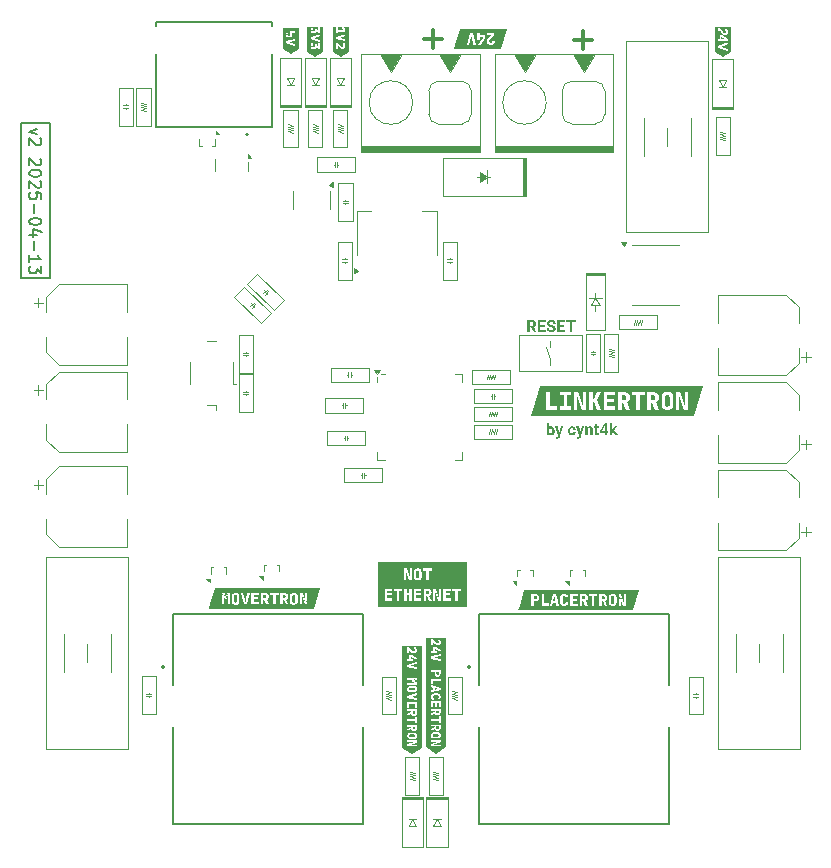
<source format=gbr>
%TF.GenerationSoftware,KiCad,Pcbnew,9.0.0*%
%TF.CreationDate,2025-04-26T11:07:05+02:00*%
%TF.ProjectId,linkertron,6c696e6b-6572-4747-926f-6e2e6b696361,v2*%
%TF.SameCoordinates,Original*%
%TF.FileFunction,Legend,Top*%
%TF.FilePolarity,Positive*%
%FSLAX46Y46*%
G04 Gerber Fmt 4.6, Leading zero omitted, Abs format (unit mm)*
G04 Created by KiCad (PCBNEW 9.0.0) date 2025-04-26 11:07:05*
%MOMM*%
%LPD*%
G01*
G04 APERTURE LIST*
%ADD10C,0.150000*%
%ADD11C,0.200000*%
%ADD12C,0.300000*%
%ADD13C,0.160000*%
%ADD14C,0.000000*%
%ADD15C,0.120000*%
%ADD16C,0.127000*%
%ADD17C,0.100000*%
G04 APERTURE END LIST*
D10*
X108650000Y-93150000D02*
X111100000Y-93150000D01*
X111100000Y-106250000D01*
X108650000Y-106250000D01*
X108650000Y-93150000D01*
D11*
X110049447Y-93624435D02*
X109382780Y-93862530D01*
X109382780Y-93862530D02*
X110049447Y-94100625D01*
X110287542Y-94433959D02*
X110335161Y-94481578D01*
X110335161Y-94481578D02*
X110382780Y-94576816D01*
X110382780Y-94576816D02*
X110382780Y-94814911D01*
X110382780Y-94814911D02*
X110335161Y-94910149D01*
X110335161Y-94910149D02*
X110287542Y-94957768D01*
X110287542Y-94957768D02*
X110192304Y-95005387D01*
X110192304Y-95005387D02*
X110097066Y-95005387D01*
X110097066Y-95005387D02*
X109954209Y-94957768D01*
X109954209Y-94957768D02*
X109382780Y-94386340D01*
X109382780Y-94386340D02*
X109382780Y-95005387D01*
X110287542Y-96148245D02*
X110335161Y-96195864D01*
X110335161Y-96195864D02*
X110382780Y-96291102D01*
X110382780Y-96291102D02*
X110382780Y-96529197D01*
X110382780Y-96529197D02*
X110335161Y-96624435D01*
X110335161Y-96624435D02*
X110287542Y-96672054D01*
X110287542Y-96672054D02*
X110192304Y-96719673D01*
X110192304Y-96719673D02*
X110097066Y-96719673D01*
X110097066Y-96719673D02*
X109954209Y-96672054D01*
X109954209Y-96672054D02*
X109382780Y-96100626D01*
X109382780Y-96100626D02*
X109382780Y-96719673D01*
X110382780Y-97338721D02*
X110382780Y-97433959D01*
X110382780Y-97433959D02*
X110335161Y-97529197D01*
X110335161Y-97529197D02*
X110287542Y-97576816D01*
X110287542Y-97576816D02*
X110192304Y-97624435D01*
X110192304Y-97624435D02*
X110001828Y-97672054D01*
X110001828Y-97672054D02*
X109763733Y-97672054D01*
X109763733Y-97672054D02*
X109573257Y-97624435D01*
X109573257Y-97624435D02*
X109478019Y-97576816D01*
X109478019Y-97576816D02*
X109430400Y-97529197D01*
X109430400Y-97529197D02*
X109382780Y-97433959D01*
X109382780Y-97433959D02*
X109382780Y-97338721D01*
X109382780Y-97338721D02*
X109430400Y-97243483D01*
X109430400Y-97243483D02*
X109478019Y-97195864D01*
X109478019Y-97195864D02*
X109573257Y-97148245D01*
X109573257Y-97148245D02*
X109763733Y-97100626D01*
X109763733Y-97100626D02*
X110001828Y-97100626D01*
X110001828Y-97100626D02*
X110192304Y-97148245D01*
X110192304Y-97148245D02*
X110287542Y-97195864D01*
X110287542Y-97195864D02*
X110335161Y-97243483D01*
X110335161Y-97243483D02*
X110382780Y-97338721D01*
X110287542Y-98053007D02*
X110335161Y-98100626D01*
X110335161Y-98100626D02*
X110382780Y-98195864D01*
X110382780Y-98195864D02*
X110382780Y-98433959D01*
X110382780Y-98433959D02*
X110335161Y-98529197D01*
X110335161Y-98529197D02*
X110287542Y-98576816D01*
X110287542Y-98576816D02*
X110192304Y-98624435D01*
X110192304Y-98624435D02*
X110097066Y-98624435D01*
X110097066Y-98624435D02*
X109954209Y-98576816D01*
X109954209Y-98576816D02*
X109382780Y-98005388D01*
X109382780Y-98005388D02*
X109382780Y-98624435D01*
X110382780Y-99529197D02*
X110382780Y-99053007D01*
X110382780Y-99053007D02*
X109906590Y-99005388D01*
X109906590Y-99005388D02*
X109954209Y-99053007D01*
X109954209Y-99053007D02*
X110001828Y-99148245D01*
X110001828Y-99148245D02*
X110001828Y-99386340D01*
X110001828Y-99386340D02*
X109954209Y-99481578D01*
X109954209Y-99481578D02*
X109906590Y-99529197D01*
X109906590Y-99529197D02*
X109811352Y-99576816D01*
X109811352Y-99576816D02*
X109573257Y-99576816D01*
X109573257Y-99576816D02*
X109478019Y-99529197D01*
X109478019Y-99529197D02*
X109430400Y-99481578D01*
X109430400Y-99481578D02*
X109382780Y-99386340D01*
X109382780Y-99386340D02*
X109382780Y-99148245D01*
X109382780Y-99148245D02*
X109430400Y-99053007D01*
X109430400Y-99053007D02*
X109478019Y-99005388D01*
X109763733Y-100005388D02*
X109763733Y-100767293D01*
X110382780Y-101433959D02*
X110382780Y-101529197D01*
X110382780Y-101529197D02*
X110335161Y-101624435D01*
X110335161Y-101624435D02*
X110287542Y-101672054D01*
X110287542Y-101672054D02*
X110192304Y-101719673D01*
X110192304Y-101719673D02*
X110001828Y-101767292D01*
X110001828Y-101767292D02*
X109763733Y-101767292D01*
X109763733Y-101767292D02*
X109573257Y-101719673D01*
X109573257Y-101719673D02*
X109478019Y-101672054D01*
X109478019Y-101672054D02*
X109430400Y-101624435D01*
X109430400Y-101624435D02*
X109382780Y-101529197D01*
X109382780Y-101529197D02*
X109382780Y-101433959D01*
X109382780Y-101433959D02*
X109430400Y-101338721D01*
X109430400Y-101338721D02*
X109478019Y-101291102D01*
X109478019Y-101291102D02*
X109573257Y-101243483D01*
X109573257Y-101243483D02*
X109763733Y-101195864D01*
X109763733Y-101195864D02*
X110001828Y-101195864D01*
X110001828Y-101195864D02*
X110192304Y-101243483D01*
X110192304Y-101243483D02*
X110287542Y-101291102D01*
X110287542Y-101291102D02*
X110335161Y-101338721D01*
X110335161Y-101338721D02*
X110382780Y-101433959D01*
X110049447Y-102624435D02*
X109382780Y-102624435D01*
X110430400Y-102386340D02*
X109716114Y-102148245D01*
X109716114Y-102148245D02*
X109716114Y-102767292D01*
X109763733Y-103148245D02*
X109763733Y-103910150D01*
X109382780Y-104910149D02*
X109382780Y-104338721D01*
X109382780Y-104624435D02*
X110382780Y-104624435D01*
X110382780Y-104624435D02*
X110239923Y-104529197D01*
X110239923Y-104529197D02*
X110144685Y-104433959D01*
X110144685Y-104433959D02*
X110097066Y-104338721D01*
X110382780Y-105243483D02*
X110382780Y-105862530D01*
X110382780Y-105862530D02*
X110001828Y-105529197D01*
X110001828Y-105529197D02*
X110001828Y-105672054D01*
X110001828Y-105672054D02*
X109954209Y-105767292D01*
X109954209Y-105767292D02*
X109906590Y-105814911D01*
X109906590Y-105814911D02*
X109811352Y-105862530D01*
X109811352Y-105862530D02*
X109573257Y-105862530D01*
X109573257Y-105862530D02*
X109478019Y-105814911D01*
X109478019Y-105814911D02*
X109430400Y-105767292D01*
X109430400Y-105767292D02*
X109382780Y-105672054D01*
X109382780Y-105672054D02*
X109382780Y-105386340D01*
X109382780Y-105386340D02*
X109430400Y-105291102D01*
X109430400Y-105291102D02*
X109478019Y-105243483D01*
G36*
X151531761Y-109818489D02*
G01*
X151903132Y-109818489D01*
X151978514Y-109822637D01*
X152043439Y-109834357D01*
X152099381Y-109852805D01*
X152151046Y-109879962D01*
X152192882Y-109913735D01*
X152226143Y-109954410D01*
X152250207Y-110001111D01*
X152265235Y-110055648D01*
X152270534Y-110119762D01*
X152267278Y-110172772D01*
X152258076Y-110218272D01*
X152243545Y-110257393D01*
X152211002Y-110310006D01*
X152167769Y-110352770D01*
X152115573Y-110386528D01*
X152053280Y-110413464D01*
X151988128Y-110447658D01*
X151665728Y-110447658D01*
X151664384Y-110287618D01*
X151904475Y-110287618D01*
X151955447Y-110282431D01*
X151993929Y-110268323D01*
X152025276Y-110245096D01*
X152047601Y-110214528D01*
X152061026Y-110178052D01*
X152065737Y-110134539D01*
X152061034Y-110088514D01*
X152047846Y-110051130D01*
X152025492Y-110020197D01*
X151993807Y-109997336D01*
X151954773Y-109983727D01*
X151903132Y-109978712D01*
X151736741Y-109978712D01*
X151736741Y-110815000D01*
X151531761Y-110815000D01*
X151531761Y-109818489D01*
G37*
G36*
X152088085Y-110815000D02*
G01*
X151861061Y-110372431D01*
X152077521Y-110371088D01*
X152307537Y-110805413D01*
X152307537Y-110815000D01*
X152088085Y-110815000D01*
G37*
G36*
X153096136Y-110655448D02*
G01*
X153096136Y-110815000D01*
X152567167Y-110815000D01*
X152567167Y-110655448D01*
X153096136Y-110655448D01*
G37*
G36*
X152633601Y-109818489D02*
G01*
X152633601Y-110815000D01*
X152428620Y-110815000D01*
X152428620Y-109818489D01*
X152633601Y-109818489D01*
G37*
G36*
X153027382Y-110225825D02*
G01*
X153027382Y-110381224D01*
X152567167Y-110381224D01*
X152567167Y-110225825D01*
X153027382Y-110225825D01*
G37*
G36*
X153095342Y-109818489D02*
G01*
X153095342Y-109978712D01*
X152567167Y-109978712D01*
X152567167Y-109818489D01*
X153095342Y-109818489D01*
G37*
G36*
X153734098Y-110554698D02*
G01*
X153732008Y-110528853D01*
X153726038Y-110506460D01*
X153715125Y-110486179D01*
X153697034Y-110466709D01*
X153673388Y-110449620D01*
X153637806Y-110430744D01*
X153538948Y-110393681D01*
X153472065Y-110370159D01*
X153410354Y-110344405D01*
X153352802Y-110314212D01*
X153303926Y-110280352D01*
X153262552Y-110240346D01*
X153231630Y-110195050D01*
X153212236Y-110143526D01*
X153205435Y-110081966D01*
X153212339Y-110021981D01*
X153232546Y-109968698D01*
X153264973Y-109921642D01*
X153309055Y-109881137D01*
X153361968Y-109849157D01*
X153425681Y-109824656D01*
X153495025Y-109809947D01*
X153573631Y-109804811D01*
X153646239Y-109809533D01*
X153709822Y-109823014D01*
X153765728Y-109844562D01*
X153817151Y-109874910D01*
X153859235Y-109911111D01*
X153893039Y-109953433D01*
X153918058Y-110001261D01*
X153933211Y-110053599D01*
X153938407Y-110111580D01*
X153734587Y-110111580D01*
X153729884Y-110069512D01*
X153716452Y-110034216D01*
X153694051Y-110004631D01*
X153661864Y-109981582D01*
X153622409Y-109967486D01*
X153569967Y-109962287D01*
X153519358Y-109966647D01*
X153481124Y-109978407D01*
X153449345Y-109997735D01*
X153427696Y-110021577D01*
X153414410Y-110050121D01*
X153409927Y-110082210D01*
X153413168Y-110106485D01*
X153422750Y-110128128D01*
X153438108Y-110147384D01*
X153460730Y-110166474D01*
X153487769Y-110183153D01*
X153523011Y-110200057D01*
X153608619Y-110230832D01*
X153686742Y-110257797D01*
X153751317Y-110286336D01*
X153809362Y-110319930D01*
X153854876Y-110355579D01*
X153891827Y-110396855D01*
X153918013Y-110442590D01*
X153933795Y-110493433D01*
X153939323Y-110552866D01*
X153932742Y-110615382D01*
X153913800Y-110669248D01*
X153882917Y-110716418D01*
X153840649Y-110756137D01*
X153789370Y-110786961D01*
X153726588Y-110810237D01*
X153657971Y-110823863D01*
X153578394Y-110828677D01*
X153504950Y-110823796D01*
X153432642Y-110809138D01*
X153363905Y-110784358D01*
X153302704Y-110749848D01*
X153266434Y-110720874D01*
X153235529Y-110687197D01*
X153209648Y-110648426D01*
X153190760Y-110605990D01*
X153179012Y-110557690D01*
X153174904Y-110502369D01*
X153380129Y-110502369D01*
X153383947Y-110547025D01*
X153394357Y-110581625D01*
X153411833Y-110611117D01*
X153435023Y-110634016D01*
X153463473Y-110651014D01*
X153497854Y-110662958D01*
X153535390Y-110669552D01*
X153578394Y-110671873D01*
X153628917Y-110667750D01*
X153666016Y-110656791D01*
X153696610Y-110638343D01*
X153717246Y-110615026D01*
X153729822Y-110586798D01*
X153734098Y-110554698D01*
G37*
G36*
X154745264Y-110655448D02*
G01*
X154745264Y-110815000D01*
X154216295Y-110815000D01*
X154216295Y-110655448D01*
X154745264Y-110655448D01*
G37*
G36*
X154282729Y-109818489D02*
G01*
X154282729Y-110815000D01*
X154077748Y-110815000D01*
X154077748Y-109818489D01*
X154282729Y-109818489D01*
G37*
G36*
X154676509Y-110225825D02*
G01*
X154676509Y-110381224D01*
X154216295Y-110381224D01*
X154216295Y-110225825D01*
X154676509Y-110225825D01*
G37*
G36*
X154744470Y-109818489D02*
G01*
X154744470Y-109978712D01*
X154216295Y-109978712D01*
X154216295Y-109818489D01*
X154744470Y-109818489D01*
G37*
G36*
X155323692Y-109818489D02*
G01*
X155323692Y-110815000D01*
X155119383Y-110815000D01*
X155119383Y-109818489D01*
X155323692Y-109818489D01*
G37*
G36*
X155629484Y-109818489D02*
G01*
X155629484Y-109978712D01*
X154818414Y-109978712D01*
X154818414Y-109818489D01*
X155629484Y-109818489D01*
G37*
D12*
X142838095Y-86027733D02*
X144361905Y-86027733D01*
X143600000Y-86789638D02*
X143600000Y-85265828D01*
X155538095Y-86127733D02*
X157061905Y-86127733D01*
X156300000Y-86889638D02*
X156300000Y-85365828D01*
D13*
G36*
X153386697Y-118894488D02*
G01*
X153405183Y-118872655D01*
X153450078Y-118840026D01*
X153502462Y-118819868D01*
X153566582Y-118812732D01*
X153614541Y-118816007D01*
X153656593Y-118825374D01*
X153693649Y-118840392D01*
X153743204Y-118873623D01*
X153783714Y-118918244D01*
X153814604Y-118971976D01*
X153837325Y-119037008D01*
X153850477Y-119107620D01*
X153855094Y-119188194D01*
X153855094Y-119202543D01*
X153850483Y-119283161D01*
X153837325Y-119354096D01*
X153814578Y-119419396D01*
X153783653Y-119473225D01*
X153743122Y-119517833D01*
X153693894Y-119551017D01*
X153657119Y-119566041D01*
X153615430Y-119575404D01*
X153567925Y-119578677D01*
X153523261Y-119575439D01*
X153484394Y-119566198D01*
X153450383Y-119551383D01*
X153405232Y-119518742D01*
X153376306Y-119484677D01*
X153366974Y-119565000D01*
X153189776Y-119565000D01*
X153189776Y-119047350D01*
X153386697Y-119047350D01*
X153386697Y-119342277D01*
X153403679Y-119373102D01*
X153432126Y-119400685D01*
X153468729Y-119417876D01*
X153518955Y-119424193D01*
X153558034Y-119419821D01*
X153587709Y-119407829D01*
X153611849Y-119388220D01*
X153630268Y-119361484D01*
X153643016Y-119329752D01*
X153651823Y-119290959D01*
X153658112Y-119202665D01*
X153658112Y-119188316D01*
X153651578Y-119103442D01*
X153642532Y-119065215D01*
X153629413Y-119033283D01*
X153610810Y-119005946D01*
X153586671Y-118985228D01*
X153556935Y-118972198D01*
X153517550Y-118967459D01*
X153479061Y-118971103D01*
X153448857Y-118981137D01*
X153423140Y-118997558D01*
X153402756Y-119019300D01*
X153387336Y-119045585D01*
X153386697Y-119047350D01*
X153189776Y-119047350D01*
X153189776Y-118513778D01*
X153386697Y-118513778D01*
X153386697Y-118894488D01*
G37*
G36*
X154188852Y-119477683D02*
G01*
X154384734Y-118826409D01*
X154595943Y-118826409D01*
X154299005Y-119671978D01*
X154273115Y-119731756D01*
X154254646Y-119762543D01*
X154230190Y-119792512D01*
X154200375Y-119818390D01*
X154162596Y-119839712D01*
X154119149Y-119853163D01*
X154063067Y-119858091D01*
X154017576Y-119854672D01*
X153975322Y-119845085D01*
X153975078Y-119700737D01*
X153991137Y-119701226D01*
X154006463Y-119701592D01*
X154043461Y-119699143D01*
X154070089Y-119692739D01*
X154092634Y-119681444D01*
X154109656Y-119665933D01*
X154122754Y-119646107D01*
X154133958Y-119619527D01*
X154188852Y-119477683D01*
G37*
G36*
X154107336Y-118826409D02*
G01*
X154267803Y-119358920D01*
X154295464Y-119566038D01*
X154161557Y-119580326D01*
X153895699Y-118826409D01*
X154107336Y-118826409D01*
G37*
G36*
X155327329Y-119424865D02*
G01*
X155362098Y-119421236D01*
X155391442Y-119410882D01*
X155416416Y-119393932D01*
X155435284Y-119371376D01*
X155447346Y-119344021D01*
X155452015Y-119310987D01*
X155637456Y-119310987D01*
X155632422Y-119361609D01*
X155618515Y-119407378D01*
X155595751Y-119449289D01*
X155565474Y-119486440D01*
X155528985Y-119517973D01*
X155485598Y-119544178D01*
X155438467Y-119563117D01*
X155387215Y-119574699D01*
X155331053Y-119578677D01*
X155274502Y-119575265D01*
X155224968Y-119565537D01*
X155181455Y-119550040D01*
X155122571Y-119515533D01*
X155075087Y-119470478D01*
X155038205Y-119415864D01*
X155011462Y-119351714D01*
X154995778Y-119282090D01*
X154990396Y-119205963D01*
X154990396Y-119186118D01*
X154995790Y-119109411D01*
X155011462Y-119039755D01*
X155038208Y-118975554D01*
X155075087Y-118920931D01*
X155122534Y-118875874D01*
X155181210Y-118841430D01*
X155224566Y-118825893D01*
X155273859Y-118816148D01*
X155330076Y-118812732D01*
X155389581Y-118816830D01*
X155442338Y-118828609D01*
X155489384Y-118847597D01*
X155532217Y-118874329D01*
X155568042Y-118907341D01*
X155597522Y-118947126D01*
X155619029Y-118991710D01*
X155632488Y-119042245D01*
X155637456Y-119099961D01*
X155452015Y-119099961D01*
X155447769Y-119064320D01*
X155436749Y-119032916D01*
X155418896Y-119005779D01*
X155394495Y-118984678D01*
X155364464Y-118971307D01*
X155326413Y-118966543D01*
X155286257Y-118971373D01*
X155256132Y-118984617D01*
X155231892Y-119005786D01*
X155213634Y-119033710D01*
X155201116Y-119066173D01*
X155192873Y-119103991D01*
X155187133Y-119186179D01*
X155187133Y-119205963D01*
X155192751Y-119288456D01*
X155201013Y-119326485D01*
X155213634Y-119358736D01*
X155232072Y-119386304D01*
X155256376Y-119407158D01*
X155286556Y-119420107D01*
X155327329Y-119424865D01*
G37*
G36*
X155969870Y-119477683D02*
G01*
X156165753Y-118826409D01*
X156376962Y-118826409D01*
X156080024Y-119671978D01*
X156054134Y-119731756D01*
X156035665Y-119762543D01*
X156011209Y-119792512D01*
X155981394Y-119818390D01*
X155943614Y-119839712D01*
X155900168Y-119853163D01*
X155844085Y-119858091D01*
X155798595Y-119854672D01*
X155756341Y-119845085D01*
X155756097Y-119700737D01*
X155772156Y-119701226D01*
X155787482Y-119701592D01*
X155824480Y-119699143D01*
X155851107Y-119692739D01*
X155873653Y-119681444D01*
X155890675Y-119665933D01*
X155903773Y-119646107D01*
X155914977Y-119619527D01*
X155969870Y-119477683D01*
G37*
G36*
X155888354Y-118826409D02*
G01*
X156048822Y-119358920D01*
X156076482Y-119566038D01*
X155942576Y-119580326D01*
X155676718Y-118826409D01*
X155888354Y-118826409D01*
G37*
G36*
X156647583Y-118984068D02*
G01*
X156647583Y-119565000D01*
X156450846Y-119565000D01*
X156450846Y-118826409D01*
X156635676Y-118826409D01*
X156647583Y-118984068D01*
G37*
G36*
X156619373Y-119169815D02*
G01*
X156565884Y-119170059D01*
X156571485Y-119090662D01*
X156587011Y-119022414D01*
X156612765Y-118960347D01*
X156646179Y-118909635D01*
X156688296Y-118868088D01*
X156737526Y-118837766D01*
X156792945Y-118819148D01*
X156855800Y-118812732D01*
X156906616Y-118816618D01*
X156951116Y-118827752D01*
X156991213Y-118847242D01*
X157025244Y-118875563D01*
X157052025Y-118912376D01*
X157072932Y-118962269D01*
X157085074Y-119019378D01*
X157089602Y-119093977D01*
X157089602Y-119565000D01*
X156891704Y-119565000D01*
X156891704Y-119093672D01*
X156887788Y-119047611D01*
X156877843Y-119017285D01*
X156860744Y-118993843D01*
X156837726Y-118978756D01*
X156809648Y-118970496D01*
X156773307Y-118967459D01*
X156735843Y-118971538D01*
X156704919Y-118983091D01*
X156678451Y-119001703D01*
X156656987Y-119026444D01*
X156640698Y-119055865D01*
X156628716Y-119090741D01*
X156621776Y-119128261D01*
X156619373Y-119169815D01*
G37*
G36*
X157601779Y-118826409D02*
G01*
X157601779Y-118965994D01*
X157171118Y-118965994D01*
X157171118Y-118826409D01*
X157601779Y-118826409D01*
G37*
G36*
X157278157Y-118642739D02*
G01*
X157474895Y-118642739D01*
X157474895Y-119342128D01*
X157477287Y-119372185D01*
X157483260Y-119391343D01*
X157493903Y-119405844D01*
X157508906Y-119414973D01*
X157527375Y-119419682D01*
X157552015Y-119421446D01*
X157584926Y-119419797D01*
X157610022Y-119416011D01*
X157610266Y-119560908D01*
X157555922Y-119573853D01*
X157490832Y-119578677D01*
X157428599Y-119573012D01*
X157377869Y-119557184D01*
X157348416Y-119539929D01*
X157323972Y-119517002D01*
X157304047Y-119487758D01*
X157290364Y-119454805D01*
X157281419Y-119413498D01*
X157278157Y-119361973D01*
X157278157Y-118642739D01*
G37*
G36*
X158401003Y-119192285D02*
G01*
X158401003Y-119346158D01*
X157684211Y-119346158D01*
X157674930Y-119227028D01*
X158089349Y-118568489D01*
X158245725Y-118568489D01*
X158076282Y-118852055D01*
X157870263Y-119192285D01*
X158401003Y-119192285D01*
G37*
G36*
X158288224Y-118568489D02*
G01*
X158288224Y-119565000D01*
X158091486Y-119565000D01*
X158091486Y-118568489D01*
X158288224Y-118568489D01*
G37*
G36*
X158712412Y-118513778D02*
G01*
X158712412Y-119565000D01*
X158515430Y-119565000D01*
X158515430Y-118513778D01*
X158712412Y-118513778D01*
G37*
G36*
X159178306Y-118826409D02*
G01*
X158856821Y-119192285D01*
X158684813Y-119366369D01*
X158613433Y-119224403D01*
X158749965Y-119050990D01*
X158941512Y-118826409D01*
X159178306Y-118826409D01*
G37*
G36*
X158973996Y-119565000D02*
G01*
X158755216Y-119223670D01*
X158891626Y-119104907D01*
X159200654Y-119565000D01*
X158973996Y-119565000D01*
G37*
D14*
%TO.C,kibuzzard-680CA192*%
G36*
X165648288Y-117934247D02*
G01*
X165134589Y-117934247D01*
X164148288Y-117934247D01*
X163408562Y-117934247D01*
X161694863Y-117934247D01*
X160788699Y-117934247D01*
X159229110Y-117934247D01*
X158025000Y-117934247D01*
X156761301Y-117934247D01*
X155518151Y-117934247D01*
X154326370Y-117934247D01*
X153165411Y-117934247D01*
X152651712Y-117934247D01*
X151881164Y-117934247D01*
X152041438Y-117400000D01*
X153165411Y-117400000D01*
X154079795Y-117400000D01*
X154079795Y-117122603D01*
X153473630Y-117122603D01*
X153473630Y-116177397D01*
X154326370Y-116177397D01*
X154624315Y-116177397D01*
X154624315Y-117122603D01*
X154326370Y-117122603D01*
X154326370Y-117400000D01*
X155230479Y-117400000D01*
X155518151Y-117400000D01*
X155789384Y-117400000D01*
X155789384Y-116742466D01*
X155784247Y-116578082D01*
X155778853Y-116486130D01*
X155772945Y-116395205D01*
X155760616Y-116239041D01*
X156144863Y-117400000D01*
X156504452Y-117400000D01*
X156761301Y-117400000D01*
X157069521Y-117400000D01*
X157069521Y-116756849D01*
X157215411Y-116756849D01*
X157472260Y-117400000D01*
X157809247Y-117400000D01*
X158025000Y-117400000D01*
X158949658Y-117400000D01*
X159229110Y-117400000D01*
X159533219Y-117400000D01*
X159533219Y-116832877D01*
X159677055Y-116832877D01*
X159919521Y-117400000D01*
X160254452Y-117400000D01*
X159970890Y-116783562D01*
X160079538Y-116716267D01*
X160163014Y-116617123D01*
X160216182Y-116494349D01*
X160233904Y-116356164D01*
X160217723Y-116225685D01*
X160196791Y-116177397D01*
X160408562Y-116177397D01*
X160788699Y-116177397D01*
X160788699Y-117400000D01*
X161096918Y-117400000D01*
X161694863Y-117400000D01*
X161998973Y-117400000D01*
X161998973Y-116832877D01*
X162142808Y-116832877D01*
X162385274Y-117400000D01*
X162720205Y-117400000D01*
X162436644Y-116783562D01*
X162545291Y-116716267D01*
X162628767Y-116617123D01*
X162681935Y-116494349D01*
X162699658Y-116356164D01*
X162699148Y-116352055D01*
X162915411Y-116352055D01*
X162915411Y-116947945D01*
X162930251Y-117083105D01*
X162974772Y-117198174D01*
X163048973Y-117293151D01*
X163148288Y-117363927D01*
X163268151Y-117406393D01*
X163408562Y-117420548D01*
X163548973Y-117406393D01*
X163567018Y-117400000D01*
X164148288Y-117400000D01*
X164419521Y-117400000D01*
X164419521Y-116742466D01*
X164414384Y-116578082D01*
X164408990Y-116486130D01*
X164403082Y-116395205D01*
X164390753Y-116239041D01*
X164775000Y-117400000D01*
X165134589Y-117400000D01*
X165134589Y-115900000D01*
X164863356Y-115900000D01*
X164863356Y-116516438D01*
X164868493Y-116685959D01*
X164874401Y-116785616D01*
X164881849Y-116885274D01*
X164889555Y-116979024D01*
X164896233Y-117060959D01*
X164507877Y-115900000D01*
X164148288Y-115900000D01*
X164148288Y-117400000D01*
X163567018Y-117400000D01*
X163668836Y-117363927D01*
X163768151Y-117293151D01*
X163842352Y-117198174D01*
X163886872Y-117083105D01*
X163901712Y-116947945D01*
X163901712Y-116352055D01*
X163886872Y-116215868D01*
X163842352Y-116100457D01*
X163768151Y-116005822D01*
X163668836Y-115935616D01*
X163548973Y-115893493D01*
X163408562Y-115879452D01*
X163268151Y-115893493D01*
X163148288Y-115935616D01*
X163048973Y-116005822D01*
X162974772Y-116100457D01*
X162930251Y-116215868D01*
X162915411Y-116352055D01*
X162699148Y-116352055D01*
X162683476Y-116225685D01*
X162634932Y-116113699D01*
X162557106Y-116022774D01*
X162453082Y-115955479D01*
X162325171Y-115913870D01*
X162175685Y-115900000D01*
X161694863Y-115900000D01*
X161694863Y-117400000D01*
X161096918Y-117400000D01*
X161096918Y-116177397D01*
X161477055Y-116177397D01*
X161477055Y-115900000D01*
X160408562Y-115900000D01*
X160408562Y-116177397D01*
X160196791Y-116177397D01*
X160169178Y-116113699D01*
X160091353Y-116022774D01*
X159987329Y-115955479D01*
X159859418Y-115913870D01*
X159709932Y-115900000D01*
X159229110Y-115900000D01*
X159229110Y-117400000D01*
X158949658Y-117400000D01*
X158949658Y-117132877D01*
X158327055Y-117132877D01*
X158327055Y-116758904D01*
X158877740Y-116758904D01*
X158877740Y-116504110D01*
X158327055Y-116504110D01*
X158327055Y-116167123D01*
X158949658Y-116167123D01*
X158949658Y-115900000D01*
X158025000Y-115900000D01*
X158025000Y-117400000D01*
X157809247Y-117400000D01*
X157484589Y-116608904D01*
X157796918Y-115900000D01*
X157464041Y-115900000D01*
X157213356Y-116487671D01*
X157069521Y-116487671D01*
X157069521Y-115900000D01*
X156761301Y-115900000D01*
X156761301Y-117400000D01*
X156504452Y-117400000D01*
X156504452Y-115900000D01*
X156233219Y-115900000D01*
X156233219Y-116516438D01*
X156238356Y-116685959D01*
X156244264Y-116785616D01*
X156251712Y-116885274D01*
X156259418Y-116979024D01*
X156266096Y-117060959D01*
X155877740Y-115900000D01*
X155518151Y-115900000D01*
X155518151Y-117400000D01*
X155230479Y-117400000D01*
X155230479Y-117122603D01*
X154932534Y-117122603D01*
X154932534Y-116177397D01*
X155230479Y-116177397D01*
X155230479Y-115900000D01*
X154326370Y-115900000D01*
X154326370Y-116177397D01*
X153473630Y-116177397D01*
X153473630Y-115900000D01*
X153165411Y-115900000D01*
X153165411Y-117400000D01*
X152041438Y-117400000D01*
X152651712Y-115365753D01*
X153165411Y-115365753D01*
X165134589Y-115365753D01*
X165648288Y-115365753D01*
X166418836Y-115365753D01*
X165648288Y-117934247D01*
G37*
G36*
X163511301Y-116167123D02*
G01*
X163572945Y-116228767D01*
X163593493Y-116331507D01*
X163593493Y-116968493D01*
X163572945Y-117071233D01*
X163511301Y-117132877D01*
X163408562Y-117153425D01*
X163305822Y-117132877D01*
X163244178Y-117071233D01*
X163223630Y-116968493D01*
X163223630Y-116331507D01*
X163244178Y-116228767D01*
X163305822Y-116167123D01*
X163408562Y-116146575D01*
X163511301Y-116167123D01*
G37*
G36*
X162266866Y-116180479D02*
G01*
X162334932Y-116220548D01*
X162377312Y-116284760D01*
X162391438Y-116370548D01*
X162334932Y-116514384D01*
X162266866Y-116552911D01*
X162175685Y-116565753D01*
X161998973Y-116565753D01*
X161998973Y-116167123D01*
X162175685Y-116167123D01*
X162266866Y-116180479D01*
G37*
G36*
X159801113Y-116180479D02*
G01*
X159869178Y-116220548D01*
X159911558Y-116284760D01*
X159925685Y-116370548D01*
X159869178Y-116514384D01*
X159801113Y-116552911D01*
X159709932Y-116565753D01*
X159533219Y-116565753D01*
X159533219Y-116167123D01*
X159709932Y-116167123D01*
X159801113Y-116180479D01*
G37*
D15*
%TO.C,C501*%
X165600000Y-141500000D02*
X166000000Y-141500000D01*
X165800000Y-141500000D02*
X165800000Y-141400001D01*
X165800000Y-141700000D02*
X165800000Y-141799999D01*
X166000000Y-141700000D02*
X165600000Y-141700000D01*
X166400000Y-143200000D02*
X165200000Y-143200000D01*
X165200000Y-140000000D01*
X166400000Y-140000000D01*
X166400000Y-143200000D01*
D14*
%TO.C,kibuzzard-6528EA52*%
G36*
X168273990Y-86022787D02*
G01*
X167976810Y-86022787D01*
X167976810Y-85850067D01*
X168273990Y-86022787D01*
G37*
G36*
X168800193Y-85100767D02*
G01*
X168800193Y-87032437D01*
X168800193Y-87085354D01*
X168100000Y-87552149D01*
X167399807Y-87085354D01*
X167399807Y-87032437D01*
X167399807Y-86746687D01*
X167399807Y-86580317D01*
X167664390Y-86580317D01*
X167664390Y-86746687D01*
X168507670Y-87032437D01*
X168507670Y-86849557D01*
X167915850Y-86666677D01*
X168507670Y-86482527D01*
X168507670Y-86294567D01*
X167664390Y-86580317D01*
X167399807Y-86580317D01*
X167399807Y-86184077D01*
X167399807Y-86018977D01*
X167664390Y-86018977D01*
X167664390Y-86184077D01*
X167848540Y-86184077D01*
X167848540Y-86279327D01*
X167976810Y-86279327D01*
X167976810Y-86184077D01*
X168507670Y-86184077D01*
X168507670Y-85998657D01*
X167992050Y-85691317D01*
X167848540Y-85691317D01*
X167848540Y-86018977D01*
X167664390Y-86018977D01*
X167399807Y-86018977D01*
X167399807Y-85674807D01*
X167399807Y-85100767D01*
X167664390Y-85100767D01*
X167664390Y-85674807D01*
X167807900Y-85674807D01*
X167807900Y-85311587D01*
X167881560Y-85346512D01*
X167921883Y-85383183D01*
X167959030Y-85428427D01*
X168021683Y-85511824D01*
X168077563Y-85575747D01*
X168126670Y-85620197D01*
X168201600Y-85659250D01*
X168289230Y-85672267D01*
X168363243Y-85663730D01*
X168424414Y-85638118D01*
X168472745Y-85595432D01*
X168507670Y-85538071D01*
X168528625Y-85468432D01*
X168535610Y-85386517D01*
X168527002Y-85306507D01*
X168501179Y-85239197D01*
X168458140Y-85184587D01*
X168400002Y-85144371D01*
X168328882Y-85120241D01*
X168244780Y-85112197D01*
X168244780Y-85270947D01*
X168314313Y-85278885D01*
X168360350Y-85302697D01*
X168386068Y-85341432D01*
X168394640Y-85394137D01*
X168382363Y-85459048D01*
X168345533Y-85497995D01*
X168284150Y-85510977D01*
X168190170Y-85478592D01*
X168143180Y-85431443D01*
X168083490Y-85354767D01*
X168012652Y-85264527D01*
X167945766Y-85197005D01*
X167882830Y-85152202D01*
X167817919Y-85124192D01*
X167745106Y-85107047D01*
X167664390Y-85100767D01*
X167399807Y-85100767D01*
X167399807Y-85047851D01*
X168800193Y-85047851D01*
X168800193Y-85100767D01*
G37*
D15*
%TO.C,D202*%
X143000000Y-154400000D02*
X143000000Y-150200000D01*
X143600000Y-152050000D02*
X144200000Y-152050000D01*
X143600000Y-152650000D02*
X143900000Y-152050000D01*
X143900000Y-152050000D02*
X144200000Y-152650000D01*
X144200000Y-152650000D02*
X143600000Y-152650000D01*
X144800000Y-150200000D02*
X144800000Y-154400000D01*
X144800000Y-154400000D02*
X143000000Y-154400000D01*
X144800000Y-150200000D02*
X143000000Y-150200000D01*
X143000000Y-150400000D01*
X144800000Y-150400000D01*
X144800000Y-150200000D01*
G36*
X144800000Y-150200000D02*
G01*
X143000000Y-150200000D01*
X143000000Y-150400000D01*
X144800000Y-150400000D01*
X144800000Y-150200000D01*
G37*
D14*
%TO.C,kibuzzard-67D701B2*%
G36*
X129373116Y-133086986D02*
G01*
X129418493Y-133113699D01*
X129446747Y-133156507D01*
X129456164Y-133213699D01*
X129418493Y-133309589D01*
X129373116Y-133335274D01*
X129312329Y-133343836D01*
X129194521Y-133343836D01*
X129194521Y-133078082D01*
X129312329Y-133078082D01*
X129373116Y-133086986D01*
G37*
G36*
X131016952Y-133086986D02*
G01*
X131062329Y-133113699D01*
X131090582Y-133156507D01*
X131100000Y-133213699D01*
X131062329Y-133309589D01*
X131016952Y-133335274D01*
X130956164Y-133343836D01*
X130838356Y-133343836D01*
X130838356Y-133078082D01*
X130956164Y-133078082D01*
X131016952Y-133086986D01*
G37*
G36*
X126915068Y-133078082D02*
G01*
X126956164Y-133119178D01*
X126969863Y-133187671D01*
X126969863Y-133612329D01*
X126956164Y-133680822D01*
X126915068Y-133721918D01*
X126846575Y-133735616D01*
X126778082Y-133721918D01*
X126736986Y-133680822D01*
X126723288Y-133612329D01*
X126723288Y-133187671D01*
X126736986Y-133119178D01*
X126778082Y-133078082D01*
X126846575Y-133064384D01*
X126915068Y-133078082D01*
G37*
G36*
X131846575Y-133078082D02*
G01*
X131887671Y-133119178D01*
X131901370Y-133187671D01*
X131901370Y-133612329D01*
X131887671Y-133680822D01*
X131846575Y-133721918D01*
X131778082Y-133735616D01*
X131709589Y-133721918D01*
X131668493Y-133680822D01*
X131654795Y-133612329D01*
X131654795Y-133187671D01*
X131668493Y-133119178D01*
X131709589Y-133078082D01*
X131778082Y-133064384D01*
X131846575Y-133078082D01*
G37*
G36*
X133499543Y-134256164D02*
G01*
X132928767Y-134256164D01*
X132271233Y-134256164D01*
X131778082Y-134256164D01*
X130635616Y-134256164D01*
X130031507Y-134256164D01*
X128991781Y-134256164D01*
X128189041Y-134256164D01*
X127539726Y-134256164D01*
X126846575Y-134256164D01*
X125671233Y-134256164D01*
X125100457Y-134256164D01*
X124586758Y-134256164D01*
X124693607Y-133900000D01*
X125671233Y-133900000D01*
X125858904Y-133900000D01*
X125858904Y-133516438D01*
X125857306Y-133413623D01*
X125852511Y-133315221D01*
X125844521Y-133221233D01*
X125835008Y-133134855D01*
X125825647Y-133059285D01*
X125816438Y-132994521D01*
X125939726Y-133475342D01*
X126104110Y-133475342D01*
X126230137Y-132982192D01*
X126221081Y-133056240D01*
X126212177Y-133137747D01*
X126203425Y-133226712D01*
X126196195Y-133320700D01*
X126191857Y-133417275D01*
X126190411Y-133516438D01*
X126190411Y-133900000D01*
X126378082Y-133900000D01*
X126378082Y-133201370D01*
X126517808Y-133201370D01*
X126517808Y-133598630D01*
X126527702Y-133688737D01*
X126557382Y-133765449D01*
X126606849Y-133828767D01*
X126673059Y-133875951D01*
X126752968Y-133904262D01*
X126846575Y-133913699D01*
X126940183Y-133904262D01*
X127020091Y-133875951D01*
X127086301Y-133828767D01*
X127135769Y-133765449D01*
X127165449Y-133688737D01*
X127175342Y-133598630D01*
X127175342Y-133201370D01*
X127165449Y-133110578D01*
X127135769Y-133033638D01*
X127086301Y-132970548D01*
X127020091Y-132923744D01*
X126952527Y-132900000D01*
X127291781Y-132900000D01*
X127539726Y-133900000D01*
X127800000Y-133900000D01*
X128189041Y-133900000D01*
X128805479Y-133900000D01*
X128991781Y-133900000D01*
X129194521Y-133900000D01*
X129194521Y-133521918D01*
X129290411Y-133521918D01*
X129452055Y-133900000D01*
X129675342Y-133900000D01*
X129486301Y-133489041D01*
X129558733Y-133444178D01*
X129614384Y-133378082D01*
X129649829Y-133296233D01*
X129661644Y-133204110D01*
X129650856Y-133117123D01*
X129636902Y-133084932D01*
X129778082Y-133084932D01*
X130031507Y-133084932D01*
X130031507Y-133900000D01*
X130236986Y-133900000D01*
X130635616Y-133900000D01*
X130838356Y-133900000D01*
X130838356Y-133521918D01*
X130934247Y-133521918D01*
X131095890Y-133900000D01*
X131319178Y-133900000D01*
X131130137Y-133489041D01*
X131202568Y-133444178D01*
X131258219Y-133378082D01*
X131293664Y-133296233D01*
X131305479Y-133204110D01*
X131305139Y-133201370D01*
X131449315Y-133201370D01*
X131449315Y-133598630D01*
X131459209Y-133688737D01*
X131488889Y-133765449D01*
X131538356Y-133828767D01*
X131604566Y-133875951D01*
X131684475Y-133904262D01*
X131778082Y-133913699D01*
X131871689Y-133904262D01*
X131883719Y-133900000D01*
X132271233Y-133900000D01*
X132452055Y-133900000D01*
X132452055Y-133461644D01*
X132448630Y-133352055D01*
X132445034Y-133290753D01*
X132441096Y-133230137D01*
X132432877Y-133126027D01*
X132689041Y-133900000D01*
X132928767Y-133900000D01*
X132928767Y-132900000D01*
X132747945Y-132900000D01*
X132747945Y-133310959D01*
X132751370Y-133423973D01*
X132755308Y-133490411D01*
X132760274Y-133556849D01*
X132765411Y-133619349D01*
X132769863Y-133673973D01*
X132510959Y-132900000D01*
X132271233Y-132900000D01*
X132271233Y-133900000D01*
X131883719Y-133900000D01*
X131951598Y-133875951D01*
X132017808Y-133828767D01*
X132067275Y-133765449D01*
X132096956Y-133688737D01*
X132106849Y-133598630D01*
X132106849Y-133201370D01*
X132096956Y-133110578D01*
X132067275Y-133033638D01*
X132017808Y-132970548D01*
X131951598Y-132923744D01*
X131871689Y-132895662D01*
X131778082Y-132886301D01*
X131684475Y-132895662D01*
X131604566Y-132923744D01*
X131538356Y-132970548D01*
X131488889Y-133033638D01*
X131459209Y-133110578D01*
X131449315Y-133201370D01*
X131305139Y-133201370D01*
X131294692Y-133117123D01*
X131262329Y-133042466D01*
X131210445Y-132981849D01*
X131141096Y-132936986D01*
X131055822Y-132909247D01*
X130956164Y-132900000D01*
X130635616Y-132900000D01*
X130635616Y-133900000D01*
X130236986Y-133900000D01*
X130236986Y-133084932D01*
X130490411Y-133084932D01*
X130490411Y-132900000D01*
X129778082Y-132900000D01*
X129778082Y-133084932D01*
X129636902Y-133084932D01*
X129618493Y-133042466D01*
X129566610Y-132981849D01*
X129497260Y-132936986D01*
X129411986Y-132909247D01*
X129312329Y-132900000D01*
X128991781Y-132900000D01*
X128991781Y-133900000D01*
X128805479Y-133900000D01*
X128805479Y-133721918D01*
X128390411Y-133721918D01*
X128390411Y-133472603D01*
X128757534Y-133472603D01*
X128757534Y-133302740D01*
X128390411Y-133302740D01*
X128390411Y-133078082D01*
X128805479Y-133078082D01*
X128805479Y-132900000D01*
X128189041Y-132900000D01*
X128189041Y-133900000D01*
X127800000Y-133900000D01*
X128045205Y-132900000D01*
X127838356Y-132900000D01*
X127704110Y-133530137D01*
X127689041Y-133615068D01*
X127675342Y-133701370D01*
X127659589Y-133615068D01*
X127642466Y-133531507D01*
X127504110Y-132900000D01*
X127291781Y-132900000D01*
X126952527Y-132900000D01*
X126940183Y-132895662D01*
X126846575Y-132886301D01*
X126752968Y-132895662D01*
X126673059Y-132923744D01*
X126606849Y-132970548D01*
X126557382Y-133033638D01*
X126527702Y-133110578D01*
X126517808Y-133201370D01*
X126378082Y-133201370D01*
X126378082Y-132900000D01*
X126124658Y-132900000D01*
X126023288Y-133327397D01*
X125921918Y-132900000D01*
X125671233Y-132900000D01*
X125671233Y-133900000D01*
X124693607Y-133900000D01*
X125100457Y-132543836D01*
X125671233Y-132543836D01*
X132928767Y-132543836D01*
X133499543Y-132543836D01*
X134013242Y-132543836D01*
X133499543Y-134256164D01*
G37*
D16*
%TO.C,J401*%
X121535000Y-134700000D02*
X137665000Y-134700000D01*
X121535000Y-140700000D02*
X121535000Y-134700000D01*
X121535000Y-152480000D02*
X121535000Y-144270000D01*
X137665000Y-134700000D02*
X137665000Y-140700000D01*
X137665000Y-144270000D02*
X137665000Y-152480000D01*
X137665000Y-152480000D02*
X121535000Y-152480000D01*
D11*
X120800000Y-139200000D02*
G75*
G02*
X120600000Y-139200000I-100000J0D01*
G01*
X120600000Y-139200000D02*
G75*
G02*
X120800000Y-139200000I100000J0D01*
G01*
D15*
%TO.C,R306*%
X148200000Y-114450000D02*
X148100000Y-114850000D01*
X148300000Y-114850000D02*
X148200000Y-114450000D01*
X148400000Y-114450000D02*
X148300000Y-114850000D01*
X148500000Y-114850000D02*
X148400000Y-114450000D01*
X148600000Y-114450000D02*
X148500000Y-114850000D01*
X148700000Y-114850000D02*
X148600000Y-114450000D01*
X148800000Y-114450000D02*
X148700000Y-114850000D01*
X150050000Y-115250000D02*
X146850000Y-115250000D01*
X146850000Y-114050000D01*
X150050000Y-114050000D01*
X150050000Y-115250000D01*
%TO.C,R201*%
X143600000Y-148250000D02*
X144000000Y-148150000D01*
X143600000Y-148450000D02*
X144000000Y-148350000D01*
X143600000Y-148650000D02*
X144000000Y-148550000D01*
X144000000Y-148150000D02*
X143600000Y-148050000D01*
X144000000Y-148350000D02*
X143600000Y-148250000D01*
X144000000Y-148550000D02*
X143600000Y-148450000D01*
X144000000Y-148750000D02*
X143600000Y-148650000D01*
X143200000Y-150000000D02*
X144400000Y-150000000D01*
X144400000Y-146800000D01*
X143200000Y-146800000D01*
X143200000Y-150000000D01*
%TO.C,R501*%
X145200000Y-141650000D02*
X145600000Y-141550000D01*
X145200000Y-141850000D02*
X145599999Y-141750000D01*
X145200001Y-141450000D02*
X145600000Y-141350000D01*
X145599999Y-141750000D02*
X145200000Y-141650000D01*
X145600000Y-141350000D02*
X145200000Y-141250000D01*
X145600000Y-141550000D02*
X145200001Y-141450000D01*
X145600000Y-141950000D02*
X145200000Y-141850000D01*
X146000000Y-143200000D02*
X144800000Y-143200000D01*
X144800000Y-140000000D01*
X146000000Y-140000000D01*
X146000000Y-143200000D01*
%TO.C,R204*%
X167900000Y-93900000D02*
X168300000Y-94000000D01*
X167900000Y-94100000D02*
X168300000Y-94200000D01*
X167900000Y-94300000D02*
X168300000Y-94400000D01*
X167900000Y-94500000D02*
X168300000Y-94600000D01*
X168300000Y-94000000D02*
X167900000Y-94100000D01*
X168300000Y-94200000D02*
X167900000Y-94300000D01*
X168300000Y-94400000D02*
X167900000Y-94500000D01*
X168700000Y-92650000D02*
X167500000Y-92650000D01*
X167500000Y-95850000D01*
X168700000Y-95850000D01*
X168700000Y-92650000D01*
D14*
%TO.C,kibuzzard-67D70271*%
G36*
X136429452Y-85023151D02*
G01*
X136429452Y-86850000D01*
X136429452Y-87123973D01*
X135750000Y-87576941D01*
X135070548Y-87123973D01*
X135070548Y-86850000D01*
X135070548Y-86323973D01*
X135344521Y-86323973D01*
X135344521Y-86850000D01*
X135492466Y-86850000D01*
X135492466Y-86534384D01*
X135674384Y-86725068D01*
X135732877Y-86777945D01*
X135792192Y-86813836D01*
X135852877Y-86834384D01*
X135915479Y-86841233D01*
X135982466Y-86833014D01*
X136040959Y-86808356D01*
X136089178Y-86769178D01*
X136125342Y-86717397D01*
X136147945Y-86654384D01*
X136155479Y-86581507D01*
X136147260Y-86506301D01*
X136122603Y-86440685D01*
X136083562Y-86386438D01*
X136032192Y-86345342D01*
X135969863Y-86319452D01*
X135897945Y-86310822D01*
X135897945Y-86475205D01*
X135976849Y-86503151D01*
X136007534Y-86576027D01*
X135977945Y-86646712D01*
X135903425Y-86673562D01*
X135843425Y-86662055D01*
X135792740Y-86627534D01*
X135491370Y-86323973D01*
X135344521Y-86323973D01*
X135070548Y-86323973D01*
X135070548Y-86029178D01*
X135344521Y-86029178D01*
X136144521Y-86225342D01*
X136144521Y-86059863D01*
X135640411Y-85952466D01*
X135572466Y-85940411D01*
X135503425Y-85929452D01*
X135572466Y-85916849D01*
X135639315Y-85903151D01*
X136144521Y-85792466D01*
X136144521Y-85622603D01*
X135344521Y-85820959D01*
X135344521Y-86029178D01*
X135070548Y-86029178D01*
X135070548Y-85820959D01*
X135070548Y-85025342D01*
X135344521Y-85025342D01*
X135344521Y-85551370D01*
X135492466Y-85551370D01*
X135492466Y-85391370D01*
X136144521Y-85391370D01*
X136144521Y-85210548D01*
X136013014Y-85023151D01*
X135831096Y-85023151D01*
X135977945Y-85226986D01*
X135492466Y-85226986D01*
X135492466Y-85025342D01*
X135344521Y-85025342D01*
X135070548Y-85025342D01*
X135070548Y-85023151D01*
X135070548Y-85023059D01*
X136429452Y-85023059D01*
X136429452Y-85023151D01*
G37*
D15*
%TO.C,SW301*%
X153500000Y-111600000D02*
X153500000Y-112100000D01*
X153500000Y-113100000D02*
X153100000Y-112100000D01*
X153500000Y-113600000D02*
X153500000Y-113100000D01*
X150800000Y-111100000D02*
X156200000Y-111100000D01*
X156200000Y-114100000D01*
X150800000Y-114100000D01*
X150800000Y-111100000D01*
%TO.C,U306*%
X150700000Y-130950000D02*
X150900000Y-130950000D01*
X150700000Y-131500000D02*
X150700000Y-130950000D01*
X152000000Y-130950000D02*
X151800000Y-130950000D01*
X152000000Y-131500000D02*
X152000000Y-130950000D01*
X150590000Y-132210000D02*
X150310000Y-131930000D01*
X150590000Y-131930000D01*
X150590000Y-132210000D01*
G36*
X150590000Y-132210000D02*
G01*
X150310000Y-131930000D01*
X150590000Y-131930000D01*
X150590000Y-132210000D01*
G37*
%TO.C,R302*%
X148392402Y-119064536D02*
X148292402Y-119464536D01*
X148492402Y-119464536D02*
X148392402Y-119064536D01*
X148592402Y-119064536D02*
X148492402Y-119464536D01*
X148692402Y-119464536D02*
X148592402Y-119064536D01*
X148792402Y-119064536D02*
X148692402Y-119464536D01*
X148892402Y-119464536D02*
X148792402Y-119064536D01*
X148992402Y-119064536D02*
X148892402Y-119464536D01*
X150242402Y-119864536D02*
X147042402Y-119864536D01*
X147042402Y-118664536D01*
X150242402Y-118664536D01*
X150242402Y-119864536D01*
%TO.C,C202*%
X109762500Y-108352500D02*
X110550000Y-108352500D01*
X110156250Y-107958750D02*
X110156250Y-108746250D01*
X110790000Y-107854437D02*
X110790000Y-109140000D01*
X110790000Y-107854437D02*
X111854437Y-106790000D01*
X110790000Y-112545563D02*
X110790000Y-111260000D01*
X110790000Y-112545563D02*
X111854437Y-113610000D01*
X111854437Y-106790000D02*
X117610000Y-106790000D01*
X111854437Y-113610000D02*
X117610000Y-113610000D01*
X117610000Y-106790000D02*
X117610000Y-109140000D01*
X117610000Y-113610000D02*
X117610000Y-111260000D01*
%TO.C,D206*%
X132700000Y-87600000D02*
X134500000Y-87600000D01*
X132700000Y-91800000D02*
X132700000Y-87600000D01*
X133300000Y-89350000D02*
X133900000Y-89350000D01*
X133600000Y-89950000D02*
X133300000Y-89350000D01*
X133900000Y-89350000D02*
X133600000Y-89950000D01*
X133900000Y-89950000D02*
X133300000Y-89950000D01*
X134500000Y-87600000D02*
X134500000Y-91800000D01*
X132700000Y-91800000D02*
X134500000Y-91800000D01*
X134500000Y-91600000D01*
X132700000Y-91600000D01*
X132700000Y-91800000D01*
G36*
X132700000Y-91800000D02*
G01*
X134500000Y-91800000D01*
X134500000Y-91600000D01*
X132700000Y-91600000D01*
X132700000Y-91800000D01*
G37*
%TO.C,R301*%
X118850000Y-91400000D02*
X119250000Y-91500000D01*
X118850000Y-91600000D02*
X119250000Y-91700000D01*
X118850000Y-91800000D02*
X119250000Y-91900000D01*
X118850000Y-92000000D02*
X119250000Y-92100000D01*
X119250000Y-91500000D02*
X118850000Y-91600000D01*
X119250000Y-91700000D02*
X118850000Y-91800000D01*
X119250000Y-91900000D02*
X118850000Y-92000000D01*
X119650000Y-90150000D02*
X118450000Y-90150000D01*
X118450000Y-93350000D01*
X119650000Y-93350000D01*
X119650000Y-90150000D01*
%TO.C,D207*%
X134800000Y-87600000D02*
X136600000Y-87600000D01*
X134800000Y-91800000D02*
X134800000Y-87600000D01*
X135400000Y-89350000D02*
X136000000Y-89350000D01*
X135700000Y-89950000D02*
X135400000Y-89350000D01*
X136000000Y-89350000D02*
X135700000Y-89950000D01*
X136000000Y-89950000D02*
X135400000Y-89950000D01*
X136600000Y-87600000D02*
X136600000Y-91800000D01*
X134800000Y-91800000D02*
X136600000Y-91800000D01*
X136600000Y-91600000D01*
X134800000Y-91600000D01*
X134800000Y-91800000D01*
G36*
X134800000Y-91800000D02*
G01*
X136600000Y-91800000D01*
X136600000Y-91600000D01*
X134800000Y-91600000D01*
X134800000Y-91800000D01*
G37*
%TO.C,C206*%
X109762500Y-115752500D02*
X110550000Y-115752500D01*
X110156250Y-115358750D02*
X110156250Y-116146250D01*
X110790000Y-115254437D02*
X110790000Y-116540000D01*
X110790000Y-115254437D02*
X111854437Y-114190000D01*
X110790000Y-119945563D02*
X110790000Y-118660000D01*
X110790000Y-119945563D02*
X111854437Y-121010000D01*
X111854437Y-114190000D02*
X117610000Y-114190000D01*
X111854437Y-121010000D02*
X117610000Y-121010000D01*
X117610000Y-114190000D02*
X117610000Y-116540000D01*
X117610000Y-121010000D02*
X117610000Y-118660000D01*
%TO.C,J202*%
X154500000Y-92400000D02*
X154500000Y-90400000D01*
X157300000Y-89600000D02*
X155300000Y-89600000D01*
X157300000Y-93200000D02*
X155300000Y-93200000D01*
X158100000Y-92400000D02*
X158100000Y-90400000D01*
X158800000Y-95550000D02*
X148800000Y-95550000D01*
X148800000Y-87250000D01*
X158800000Y-87250000D01*
X158800000Y-95550000D01*
X158800000Y-95550000D02*
X148800000Y-95550000D01*
X148800000Y-95050000D01*
X158800000Y-95050000D01*
X158800000Y-95550000D01*
G36*
X158800000Y-95550000D02*
G01*
X148800000Y-95550000D01*
X148800000Y-95050000D01*
X158800000Y-95050000D01*
X158800000Y-95550000D01*
G37*
X154500000Y-90400000D02*
G75*
G02*
X155300000Y-89600000I800001J-1D01*
G01*
X155300000Y-93200000D02*
G75*
G02*
X154500000Y-92400000I1J800001D01*
G01*
X157300000Y-89600000D02*
G75*
G02*
X158100000Y-90400000I-1J-800001D01*
G01*
X158100000Y-92400000D02*
G75*
G02*
X157300000Y-93200000I-800001J1D01*
G01*
X153143909Y-91400000D02*
G75*
G02*
X149456091Y-91400000I-1843909J0D01*
G01*
X149456091Y-91400000D02*
G75*
G02*
X153143909Y-91400000I1843909J0D01*
G01*
X151313500Y-88812140D02*
X150413500Y-87262140D01*
X152263500Y-87262140D01*
X151313500Y-88812140D01*
G36*
X151313500Y-88812140D02*
G01*
X150413500Y-87262140D01*
X152263500Y-87262140D01*
X151313500Y-88812140D01*
G37*
X156303852Y-88813574D02*
X155403852Y-87263574D01*
X157253852Y-87263574D01*
X156303852Y-88813574D01*
G36*
X156303852Y-88813574D02*
G01*
X155403852Y-87263574D01*
X157253852Y-87263574D01*
X156303852Y-88813574D01*
G37*
%TO.C,U307*%
X155150000Y-130950000D02*
X155350000Y-130950000D01*
X155150000Y-131500000D02*
X155150000Y-130950000D01*
X156450000Y-130950000D02*
X156250000Y-130950000D01*
X156450000Y-131500000D02*
X156450000Y-130950000D01*
X155040000Y-132210000D02*
X154760000Y-131930000D01*
X155040000Y-131930000D01*
X155040000Y-132210000D01*
G36*
X155040000Y-132210000D02*
G01*
X154760000Y-131930000D01*
X155040000Y-131930000D01*
X155040000Y-132210000D01*
G37*
%TO.C,C303*%
X127500000Y-112600000D02*
X127900000Y-112600000D01*
X127700000Y-112600000D02*
X127700000Y-112500001D01*
X127700000Y-112800000D02*
X127700000Y-112899999D01*
X127900000Y-112800000D02*
X127500000Y-112800000D01*
X128300000Y-114300000D02*
X127100000Y-114300000D01*
X127100000Y-111100000D01*
X128300000Y-111100000D01*
X128300000Y-114300000D01*
%TO.C,C209*%
X135950000Y-99712501D02*
X136350000Y-99712501D01*
X136150000Y-99712501D02*
X136150000Y-99612502D01*
X136150000Y-99912501D02*
X136150000Y-100012500D01*
X136350000Y-99912501D02*
X135950000Y-99912501D01*
X136750000Y-101412501D02*
X135550000Y-101412501D01*
X135550000Y-98212501D01*
X136750000Y-98212501D01*
X136750000Y-101412501D01*
D14*
%TO.C,kibuzzard-67D701BA*%
G36*
X143906301Y-141008478D02*
G01*
X143988493Y-141024368D01*
X144052055Y-141035875D01*
X143987945Y-141048478D01*
X143905205Y-141064368D01*
X143712329Y-141102725D01*
X143712329Y-140967930D01*
X143906301Y-141008478D01*
G37*
G36*
X144057534Y-143008478D02*
G01*
X144050411Y-143057108D01*
X144029041Y-143093409D01*
X143994795Y-143116012D01*
X143949041Y-143123546D01*
X143872329Y-143093409D01*
X143851781Y-143057108D01*
X143844932Y-143008478D01*
X143844932Y-142914231D01*
X144057534Y-142914231D01*
X144057534Y-143008478D01*
G37*
G36*
X144057534Y-144323546D02*
G01*
X144050411Y-144372177D01*
X144029041Y-144408478D01*
X143994795Y-144431081D01*
X143949041Y-144438615D01*
X143872329Y-144408478D01*
X143851781Y-144372177D01*
X143844932Y-144323546D01*
X143844932Y-144229300D01*
X144057534Y-144229300D01*
X144057534Y-144323546D01*
G37*
G36*
X144057534Y-139737245D02*
G01*
X144049589Y-139784505D01*
X144025753Y-139821081D01*
X143989863Y-139844505D01*
X143945753Y-139852314D01*
X143901644Y-139844505D01*
X143865753Y-139821081D01*
X143841918Y-139784505D01*
X143833973Y-139737245D01*
X143833973Y-139628752D01*
X144057534Y-139628752D01*
X144057534Y-139737245D01*
G37*
G36*
X144024658Y-144893409D02*
G01*
X144057534Y-144926286D01*
X144068493Y-144981081D01*
X144057534Y-145035875D01*
X144024658Y-145068752D01*
X143969863Y-145079711D01*
X143630137Y-145079711D01*
X143575342Y-145068752D01*
X143542466Y-145035875D01*
X143531507Y-144981081D01*
X143542466Y-144926286D01*
X143575342Y-144893409D01*
X143630137Y-144882451D01*
X143969863Y-144882451D01*
X144024658Y-144893409D01*
G37*
G36*
X144667580Y-136819985D02*
G01*
X144667580Y-145901629D01*
X144667580Y-145992953D01*
X143800000Y-146571339D01*
X142932420Y-145992953D01*
X142932420Y-145901629D01*
X142932420Y-145520259D01*
X143400000Y-145520259D01*
X143750685Y-145520259D01*
X143838356Y-145517519D01*
X143887397Y-145514642D01*
X143935890Y-145511492D01*
X144019178Y-145504916D01*
X143400000Y-145709848D01*
X143400000Y-145901629D01*
X144200000Y-145901629D01*
X144200000Y-145756971D01*
X143871233Y-145756971D01*
X143780822Y-145759711D01*
X143727671Y-145762861D01*
X143674521Y-145766834D01*
X143624521Y-145770944D01*
X143580822Y-145774505D01*
X144200000Y-145567382D01*
X144200000Y-145375601D01*
X143400000Y-145375601D01*
X143400000Y-145520259D01*
X142932420Y-145520259D01*
X142932420Y-145375601D01*
X142932420Y-144981081D01*
X143389041Y-144981081D01*
X143396591Y-145055967D01*
X143419239Y-145119893D01*
X143456986Y-145172861D01*
X143507641Y-145212435D01*
X143569011Y-145236180D01*
X143641096Y-145244094D01*
X143958904Y-145244094D01*
X144031537Y-145236180D01*
X144093090Y-145212435D01*
X144143562Y-145172861D01*
X144181005Y-145119893D01*
X144203470Y-145055967D01*
X144210959Y-144981081D01*
X144203470Y-144906195D01*
X144181005Y-144842268D01*
X144143562Y-144789300D01*
X144093090Y-144749726D01*
X144031537Y-144725982D01*
X143958904Y-144718067D01*
X143641096Y-144718067D01*
X143569011Y-144725982D01*
X143507641Y-144749726D01*
X143456986Y-144789300D01*
X143419239Y-144842268D01*
X143396591Y-144906195D01*
X143389041Y-144981081D01*
X142932420Y-144981081D01*
X142932420Y-144229300D01*
X143400000Y-144229300D01*
X143702466Y-144229300D01*
X143702466Y-144306012D01*
X143400000Y-144435327D01*
X143400000Y-144613957D01*
X143728767Y-144462725D01*
X143764658Y-144520670D01*
X143817534Y-144565190D01*
X143883014Y-144593546D01*
X143956712Y-144602998D01*
X144026301Y-144594368D01*
X144086027Y-144568478D01*
X144134521Y-144526971D01*
X144170411Y-144471492D01*
X144192603Y-144403272D01*
X144200000Y-144323546D01*
X144200000Y-144067108D01*
X143400000Y-144067108D01*
X143400000Y-144229300D01*
X142932420Y-144229300D01*
X142932420Y-144067108D01*
X142932420Y-143748204D01*
X143400000Y-143748204D01*
X144052055Y-143748204D01*
X144052055Y-143950944D01*
X144200000Y-143950944D01*
X144200000Y-143381081D01*
X144052055Y-143381081D01*
X144052055Y-143583820D01*
X143400000Y-143583820D01*
X143400000Y-143748204D01*
X142932420Y-143748204D01*
X142932420Y-143583820D01*
X142932420Y-142914231D01*
X143400000Y-142914231D01*
X143702466Y-142914231D01*
X143702466Y-142990944D01*
X143400000Y-143120259D01*
X143400000Y-143298889D01*
X143728767Y-143147656D01*
X143764658Y-143205601D01*
X143817534Y-143250122D01*
X143883014Y-143278478D01*
X143956712Y-143287930D01*
X144026301Y-143279300D01*
X144086027Y-143253409D01*
X144134521Y-143211903D01*
X144170411Y-143156423D01*
X144192603Y-143088204D01*
X144200000Y-143008478D01*
X144200000Y-142752040D01*
X143400000Y-142752040D01*
X143400000Y-142914231D01*
X142932420Y-142914231D01*
X142932420Y-142752040D01*
X142932420Y-142602998D01*
X143400000Y-142602998D01*
X143542466Y-142602998D01*
X143542466Y-142270944D01*
X143741918Y-142270944D01*
X143741918Y-142564642D01*
X143877808Y-142564642D01*
X143877808Y-142270944D01*
X144057534Y-142270944D01*
X144057534Y-142602998D01*
X144200000Y-142602998D01*
X144200000Y-142109848D01*
X143400000Y-142109848D01*
X143400000Y-142602998D01*
X142932420Y-142602998D01*
X142932420Y-142109848D01*
X142932420Y-141702177D01*
X143389041Y-141702177D01*
X143396575Y-141777930D01*
X143419178Y-141842998D01*
X143455342Y-141896149D01*
X143503562Y-141936149D01*
X143562329Y-141961218D01*
X143630137Y-141969574D01*
X143630137Y-141805190D01*
X143557260Y-141778341D01*
X143531507Y-141702177D01*
X143557260Y-141626012D01*
X143630137Y-141599163D01*
X143969863Y-141599163D01*
X144043288Y-141626012D01*
X144068493Y-141702177D01*
X144043288Y-141778341D01*
X143969863Y-141805190D01*
X143969863Y-141969574D01*
X144038356Y-141961218D01*
X144096986Y-141936149D01*
X144144795Y-141896149D01*
X144180822Y-141842998D01*
X144203425Y-141777930D01*
X144210959Y-141702177D01*
X144203425Y-141627108D01*
X144180822Y-141561903D01*
X144144795Y-141508341D01*
X144096986Y-141468204D01*
X144038356Y-141443135D01*
X143969863Y-141434779D01*
X143630137Y-141434779D01*
X143562329Y-141443135D01*
X143503562Y-141468204D01*
X143455342Y-141508341D01*
X143419178Y-141561903D01*
X143396575Y-141627108D01*
X143389041Y-141702177D01*
X142932420Y-141702177D01*
X142932420Y-140902177D01*
X143400000Y-140902177D01*
X143580822Y-140940533D01*
X143580822Y-141131218D01*
X143400000Y-141169574D01*
X143400000Y-141337245D01*
X144200000Y-141138889D01*
X144200000Y-140930670D01*
X143400000Y-140734505D01*
X143400000Y-140902177D01*
X142932420Y-140902177D01*
X142932420Y-140734505D01*
X142932420Y-140663272D01*
X143400000Y-140663272D01*
X143547945Y-140663272D01*
X143547945Y-140339985D01*
X144200000Y-140339985D01*
X144200000Y-140175601D01*
X143400000Y-140175601D01*
X143400000Y-140663272D01*
X142932420Y-140663272D01*
X142932420Y-140175601D01*
X142932420Y-139628752D01*
X143400000Y-139628752D01*
X143691507Y-139628752D01*
X143691507Y-139737245D01*
X143699452Y-139816149D01*
X143723288Y-139884094D01*
X143761507Y-139939711D01*
X143812603Y-139981629D01*
X143874658Y-140007930D01*
X143945753Y-140016697D01*
X144017534Y-140008067D01*
X144079452Y-139982177D01*
X144130137Y-139940533D01*
X144168219Y-139884642D01*
X144192055Y-139816286D01*
X144200000Y-139737245D01*
X144200000Y-139464368D01*
X143400000Y-139464368D01*
X143400000Y-139628752D01*
X142932420Y-139628752D01*
X142932420Y-139464368D01*
X142932420Y-138510944D01*
X143400000Y-138510944D01*
X144200000Y-138707108D01*
X144200000Y-138541629D01*
X143695890Y-138434231D01*
X143627945Y-138422177D01*
X143558904Y-138411218D01*
X143627945Y-138398615D01*
X143694795Y-138384916D01*
X144200000Y-138274231D01*
X144200000Y-138104368D01*
X143400000Y-138302725D01*
X143400000Y-138510944D01*
X142932420Y-138510944D01*
X142932420Y-138302725D01*
X142932420Y-137989300D01*
X143400000Y-137989300D01*
X143860274Y-137989300D01*
X143860274Y-137824916D01*
X143689315Y-137824916D01*
X143689315Y-137629848D01*
X143729863Y-137629848D01*
X144200000Y-137955327D01*
X144200000Y-137774505D01*
X143775890Y-137476423D01*
X143546849Y-137476423D01*
X143546849Y-137824916D01*
X143400000Y-137824916D01*
X143400000Y-137989300D01*
X142932420Y-137989300D01*
X142932420Y-137824916D01*
X142932420Y-136833135D01*
X143400000Y-136833135D01*
X143400000Y-137359163D01*
X143547945Y-137359163D01*
X143547945Y-137043546D01*
X143729863Y-137234231D01*
X143788356Y-137287108D01*
X143847671Y-137322998D01*
X143908356Y-137343546D01*
X143970959Y-137350396D01*
X144037945Y-137342177D01*
X144096438Y-137317519D01*
X144144658Y-137278341D01*
X144180822Y-137226560D01*
X144203425Y-137163546D01*
X144210959Y-137090670D01*
X144202740Y-137015464D01*
X144178082Y-136949848D01*
X144139041Y-136895601D01*
X144087671Y-136854505D01*
X144025342Y-136828615D01*
X143953425Y-136819985D01*
X143953425Y-136984368D01*
X144032329Y-137012314D01*
X144063014Y-137085190D01*
X144033425Y-137155875D01*
X143958904Y-137182725D01*
X143898904Y-137171218D01*
X143848219Y-137136697D01*
X143546849Y-136833135D01*
X143400000Y-136833135D01*
X142932420Y-136833135D01*
X142932420Y-136819985D01*
X142932420Y-136728661D01*
X144667580Y-136728661D01*
X144667580Y-136819985D01*
G37*
D15*
%TO.C,U302*%
X123762500Y-94522500D02*
X123762500Y-95072500D01*
X123762500Y-95072500D02*
X123962500Y-95072500D01*
X125062500Y-94522500D02*
X125062500Y-95072500D01*
X125062500Y-95072500D02*
X124862500Y-95072500D01*
X125452500Y-94092500D02*
X125172500Y-94092500D01*
X125172500Y-93812500D01*
X125452500Y-94092500D01*
G36*
X125452500Y-94092500D02*
G01*
X125172500Y-94092500D01*
X125172500Y-93812500D01*
X125452500Y-94092500D01*
G37*
%TO.C,D205*%
X167200000Y-87750000D02*
X169000000Y-87750000D01*
X167200000Y-91950000D02*
X167200000Y-87750000D01*
X167800000Y-89500000D02*
X168400000Y-89500000D01*
X168100000Y-90100000D02*
X167800000Y-89500000D01*
X168400000Y-89500000D02*
X168100000Y-90100000D01*
X168400000Y-90100000D02*
X167800000Y-90100000D01*
X169000000Y-87750000D02*
X169000000Y-91950000D01*
X167200000Y-91950000D02*
X169000000Y-91950000D01*
X169000000Y-91750000D01*
X167200000Y-91750000D01*
X167200000Y-91950000D01*
G36*
X167200000Y-91950000D02*
G01*
X169000000Y-91950000D01*
X169000000Y-91750000D01*
X167200000Y-91750000D01*
X167200000Y-91950000D01*
G37*
%TO.C,U304*%
X124750000Y-130750000D02*
X124950000Y-130750000D01*
X124750000Y-131300000D02*
X124750000Y-130750000D01*
X126050000Y-130750000D02*
X125850000Y-130750000D01*
X126050000Y-131300000D02*
X126050000Y-130750000D01*
X124640000Y-132010000D02*
X124360000Y-131730000D01*
X124640000Y-131730000D01*
X124640000Y-132010000D01*
G36*
X124640000Y-132010000D02*
G01*
X124360000Y-131730000D01*
X124640000Y-131730000D01*
X124640000Y-132010000D01*
G37*
%TO.C,F201*%
X167730000Y-129900000D02*
X167730000Y-146100000D01*
X167730000Y-146100000D02*
X174670000Y-146100000D01*
X169200000Y-139600000D02*
X169200000Y-136400000D01*
X171200000Y-138750000D02*
X171200000Y-137250000D01*
X173200000Y-136400000D02*
X173200000Y-139600000D01*
X174670000Y-129900000D02*
X167730000Y-129900000D01*
X174670000Y-146100000D02*
X174670000Y-129900000D01*
%TO.C,C312*%
X136100000Y-119800000D02*
X136000001Y-119800000D01*
X136100000Y-120000000D02*
X136100000Y-119600000D01*
X136300000Y-119600000D02*
X136300000Y-120000000D01*
X136300000Y-119800000D02*
X136399999Y-119800000D01*
X137800000Y-120400000D02*
X134600000Y-120400000D01*
X134600000Y-119200000D01*
X137800000Y-119200000D01*
X137800000Y-120400000D01*
%TO.C,F202*%
X110830000Y-129900000D02*
X110830000Y-146100000D01*
X110830000Y-146100000D02*
X117770000Y-146100000D01*
X112300000Y-139600000D02*
X112300000Y-136400000D01*
X114300000Y-138750000D02*
X114300000Y-137250000D01*
X116300000Y-136400000D02*
X116300000Y-139600000D01*
X117770000Y-129900000D02*
X110830000Y-129900000D01*
X117770000Y-146100000D02*
X117770000Y-129900000D01*
%TO.C,C305*%
X128087868Y-108620711D02*
X128370711Y-108337868D01*
X128229289Y-108479289D02*
X128158579Y-108408579D01*
X128370711Y-108620711D02*
X128441421Y-108691421D01*
X128512132Y-108479289D02*
X128229289Y-108762132D01*
X129855635Y-109257107D02*
X129007107Y-110105635D01*
X126744365Y-107842893D01*
X127592893Y-106994365D01*
X129855635Y-109257107D01*
%TO.C,F203*%
X159930000Y-86200000D02*
X159930000Y-102400000D01*
X159930000Y-102400000D02*
X166870000Y-102400000D01*
X161400000Y-95900000D02*
X161400000Y-92700000D01*
X163400000Y-93550000D02*
X163400000Y-95050000D01*
X165400000Y-92700000D02*
X165400000Y-95900000D01*
X166870000Y-86200000D02*
X159930000Y-86200000D01*
X166870000Y-102400000D02*
X166870000Y-86200000D01*
%TO.C,C210*%
X144775000Y-104687500D02*
X145175000Y-104687500D01*
X144975000Y-104687500D02*
X144975000Y-104587501D01*
X144975000Y-104887500D02*
X144975000Y-104987499D01*
X145175000Y-104887500D02*
X144775000Y-104887500D01*
X145575000Y-106387500D02*
X144375000Y-106387500D01*
X144375000Y-103187500D01*
X145575000Y-103187500D01*
X145575000Y-106387500D01*
%TO.C,R203*%
X160550000Y-110200000D02*
X160650000Y-109800000D01*
X160650000Y-109800000D02*
X160750000Y-110200000D01*
X160750000Y-110200000D02*
X160850000Y-109800000D01*
X160850000Y-109800000D02*
X160950000Y-110200000D01*
X160950000Y-110200000D02*
X161050000Y-109800000D01*
X161050000Y-109800000D02*
X161150000Y-110200000D01*
X161150000Y-110200000D02*
X161250000Y-109800000D01*
X159300000Y-109400000D02*
X162500000Y-109400000D01*
X162500000Y-110600000D01*
X159300000Y-110600000D01*
X159300000Y-109400000D01*
%TO.C,U201*%
X131690000Y-99650000D02*
X131690000Y-98850000D01*
X131690000Y-99650000D02*
X131690000Y-100450000D01*
X134810000Y-99650000D02*
X134810000Y-98850000D01*
X134810000Y-99650000D02*
X134810000Y-100450000D01*
X135090000Y-98590000D02*
X134760000Y-98350000D01*
X135090000Y-98110000D01*
X135090000Y-98590000D01*
G36*
X135090000Y-98590000D02*
G01*
X134760000Y-98350000D01*
X135090000Y-98110000D01*
X135090000Y-98590000D01*
G37*
%TO.C,C302*%
X127500000Y-115900000D02*
X127900000Y-115900000D01*
X127700000Y-115900000D02*
X127700000Y-115800001D01*
X127700000Y-116100000D02*
X127700000Y-116199999D01*
X127900000Y-116100000D02*
X127500000Y-116100000D01*
X128300000Y-117600000D02*
X127100000Y-117600000D01*
X127100000Y-114400000D01*
X128300000Y-114400000D01*
X128300000Y-117600000D01*
%TO.C,R401*%
X139600000Y-141650000D02*
X140000000Y-141550000D01*
X139600000Y-141850000D02*
X139999999Y-141750000D01*
X139600001Y-141450000D02*
X140000000Y-141350000D01*
X139999999Y-141750000D02*
X139600000Y-141650000D01*
X140000000Y-141350000D02*
X139600000Y-141250000D01*
X140000000Y-141550000D02*
X139600001Y-141450000D01*
X140000000Y-141950000D02*
X139600000Y-141850000D01*
X140400000Y-143200000D02*
X139200000Y-143200000D01*
X139200000Y-140000000D01*
X140400000Y-140000000D01*
X140400000Y-143200000D01*
%TO.C,R307*%
X131300000Y-93250000D02*
X131700000Y-93350000D01*
X131300000Y-93450000D02*
X131700000Y-93550000D01*
X131300000Y-93650000D02*
X131700000Y-93750000D01*
X131300000Y-93850000D02*
X131700000Y-93950000D01*
X131700000Y-93350000D02*
X131300000Y-93450000D01*
X131700000Y-93550000D02*
X131300000Y-93650000D01*
X131700000Y-93750000D02*
X131300000Y-93850000D01*
X132100000Y-92000000D02*
X130900000Y-92000000D01*
X130900000Y-95200000D01*
X132100000Y-95200000D01*
X132100000Y-92000000D01*
D14*
%TO.C,kibuzzard-67D70258*%
G36*
X134279452Y-85011644D02*
G01*
X134279452Y-86861507D01*
X134279452Y-87135479D01*
X133600000Y-87588447D01*
X132920548Y-87135479D01*
X132920548Y-86861507D01*
X132920548Y-86594110D01*
X133194521Y-86594110D01*
X133201400Y-86670883D01*
X133222040Y-86736088D01*
X133256438Y-86789726D01*
X133302648Y-86829604D01*
X133358721Y-86853531D01*
X133424658Y-86861507D01*
X133489315Y-86861507D01*
X133572329Y-86848219D01*
X133639452Y-86808356D01*
X133687945Y-86744932D01*
X133715068Y-86660959D01*
X133872877Y-86837397D01*
X134005479Y-86837397D01*
X134005479Y-86359589D01*
X133863014Y-86359589D01*
X133863014Y-86659863D01*
X133709589Y-86484521D01*
X133582466Y-86484521D01*
X133582466Y-86594110D01*
X133557808Y-86670274D01*
X133488219Y-86697123D01*
X133424658Y-86697123D01*
X133360548Y-86669726D01*
X133336986Y-86594110D01*
X133360548Y-86519041D01*
X133424658Y-86491096D01*
X133424658Y-86326712D01*
X133358721Y-86334749D01*
X133302648Y-86358858D01*
X133256438Y-86399041D01*
X133222040Y-86452861D01*
X133201400Y-86517884D01*
X133194521Y-86594110D01*
X132920548Y-86594110D01*
X132920548Y-86046164D01*
X133205479Y-86046164D01*
X134005479Y-86242329D01*
X134005479Y-86076849D01*
X133501370Y-85969452D01*
X133433425Y-85957397D01*
X133364384Y-85946438D01*
X133433425Y-85933836D01*
X133500274Y-85920137D01*
X134005479Y-85809452D01*
X134005479Y-85639589D01*
X133205479Y-85837945D01*
X133205479Y-86046164D01*
X132920548Y-86046164D01*
X132920548Y-85837945D01*
X132920548Y-85279041D01*
X133194521Y-85279041D01*
X133201400Y-85355814D01*
X133222040Y-85421020D01*
X133256438Y-85474658D01*
X133302648Y-85514536D01*
X133358721Y-85538463D01*
X133424658Y-85546438D01*
X133489315Y-85546438D01*
X133572329Y-85533151D01*
X133639452Y-85493288D01*
X133687945Y-85429863D01*
X133715068Y-85345890D01*
X133872877Y-85522329D01*
X134005479Y-85522329D01*
X134005479Y-85044521D01*
X133863014Y-85044521D01*
X133863014Y-85344795D01*
X133709589Y-85169452D01*
X133582466Y-85169452D01*
X133582466Y-85279041D01*
X133557808Y-85355205D01*
X133488219Y-85382055D01*
X133424658Y-85382055D01*
X133360548Y-85354658D01*
X133336986Y-85279041D01*
X133360548Y-85203973D01*
X133424658Y-85176027D01*
X133424658Y-85011644D01*
X133358721Y-85019680D01*
X133302648Y-85043790D01*
X133256438Y-85083973D01*
X133222040Y-85137793D01*
X133201400Y-85202816D01*
X133194521Y-85279041D01*
X132920548Y-85279041D01*
X132920548Y-85011644D01*
X132920548Y-85011553D01*
X134279452Y-85011553D01*
X134279452Y-85011644D01*
G37*
%TO.C,kibuzzard-67D7020F*%
G36*
X143144349Y-132750000D02*
G01*
X143189726Y-132776712D01*
X143217979Y-132819521D01*
X143227397Y-132876712D01*
X143189726Y-132972603D01*
X143144349Y-132998288D01*
X143083562Y-133006849D01*
X142965753Y-133006849D01*
X142965753Y-132741096D01*
X143083562Y-132741096D01*
X143144349Y-132750000D01*
G37*
G36*
X142330137Y-131028767D02*
G01*
X142371233Y-131069863D01*
X142384932Y-131138356D01*
X142384932Y-131563014D01*
X142371233Y-131631507D01*
X142330137Y-131672603D01*
X142261644Y-131686301D01*
X142193151Y-131672603D01*
X142152055Y-131631507D01*
X142138356Y-131563014D01*
X142138356Y-131138356D01*
X142152055Y-131069863D01*
X142193151Y-131028767D01*
X142261644Y-131015068D01*
X142330137Y-131028767D01*
G37*
G36*
X146476256Y-134133790D02*
G01*
X145905479Y-134133790D01*
X145446575Y-134133790D01*
X144426027Y-134133790D01*
X143576712Y-134133790D01*
X142763014Y-134133790D01*
X141960274Y-134133790D01*
X141119178Y-134133790D01*
X141110959Y-134133790D01*
X140515068Y-134133790D01*
X139494521Y-134133790D01*
X138923744Y-134133790D01*
X138923744Y-133563014D01*
X139494521Y-133563014D01*
X140110959Y-133563014D01*
X140110959Y-133384932D01*
X139695890Y-133384932D01*
X139695890Y-133135616D01*
X140063014Y-133135616D01*
X140063014Y-132965753D01*
X139695890Y-132965753D01*
X139695890Y-132747945D01*
X140261644Y-132747945D01*
X140515068Y-132747945D01*
X140515068Y-133563014D01*
X140720548Y-133563014D01*
X141119178Y-133563014D01*
X141324658Y-133563014D01*
X141324658Y-133136986D01*
X141554795Y-133136986D01*
X141554795Y-133563014D01*
X141760274Y-133563014D01*
X141760274Y-132563014D01*
X141960274Y-132563014D01*
X141960274Y-133563014D01*
X142576712Y-133563014D01*
X142576712Y-133384932D01*
X142161644Y-133384932D01*
X142161644Y-133135616D01*
X142528767Y-133135616D01*
X142528767Y-132965753D01*
X142161644Y-132965753D01*
X142161644Y-132741096D01*
X142576712Y-132741096D01*
X142576712Y-132563014D01*
X142763014Y-132563014D01*
X142763014Y-133563014D01*
X142965753Y-133563014D01*
X142965753Y-133184932D01*
X143061644Y-133184932D01*
X143223288Y-133563014D01*
X143446575Y-133563014D01*
X143576712Y-133563014D01*
X143757534Y-133563014D01*
X143757534Y-133124658D01*
X143754110Y-133015068D01*
X143750514Y-132953767D01*
X143746575Y-132893151D01*
X143738356Y-132789041D01*
X143994521Y-133563014D01*
X144234247Y-133563014D01*
X144426027Y-133563014D01*
X145042466Y-133563014D01*
X145042466Y-133384932D01*
X144627397Y-133384932D01*
X144627397Y-133135616D01*
X144994521Y-133135616D01*
X144994521Y-132965753D01*
X144627397Y-132965753D01*
X144627397Y-132747945D01*
X145193151Y-132747945D01*
X145446575Y-132747945D01*
X145446575Y-133563014D01*
X145652055Y-133563014D01*
X145652055Y-132747945D01*
X145905479Y-132747945D01*
X145905479Y-132563014D01*
X145193151Y-132563014D01*
X145193151Y-132747945D01*
X144627397Y-132747945D01*
X144627397Y-132741096D01*
X145042466Y-132741096D01*
X145042466Y-132563014D01*
X144426027Y-132563014D01*
X144426027Y-133563014D01*
X144234247Y-133563014D01*
X144234247Y-132563014D01*
X144053425Y-132563014D01*
X144053425Y-132973973D01*
X144056849Y-133086986D01*
X144060788Y-133153425D01*
X144065753Y-133219863D01*
X144070890Y-133282363D01*
X144075342Y-133336986D01*
X143816438Y-132563014D01*
X143576712Y-132563014D01*
X143576712Y-133563014D01*
X143446575Y-133563014D01*
X143257534Y-133152055D01*
X143329966Y-133107192D01*
X143385616Y-133041096D01*
X143421062Y-132959247D01*
X143432877Y-132867123D01*
X143422089Y-132780137D01*
X143389726Y-132705479D01*
X143337842Y-132644863D01*
X143268493Y-132600000D01*
X143183219Y-132572260D01*
X143083562Y-132563014D01*
X142980822Y-132563014D01*
X142763014Y-132563014D01*
X142576712Y-132563014D01*
X142261644Y-132563014D01*
X141960274Y-132563014D01*
X141760274Y-132563014D01*
X141554795Y-132563014D01*
X141554795Y-132952055D01*
X141324658Y-132952055D01*
X141324658Y-132563014D01*
X141119178Y-132563014D01*
X141119178Y-133563014D01*
X140720548Y-133563014D01*
X140720548Y-132747945D01*
X140973973Y-132747945D01*
X140973973Y-132563014D01*
X140261644Y-132563014D01*
X140261644Y-132747945D01*
X139695890Y-132747945D01*
X139695890Y-132741096D01*
X140110959Y-132741096D01*
X140110959Y-132563014D01*
X139494521Y-132563014D01*
X139494521Y-133563014D01*
X138923744Y-133563014D01*
X138923744Y-131850685D01*
X141110959Y-131850685D01*
X141291781Y-131850685D01*
X141291781Y-131412329D01*
X141288356Y-131302740D01*
X141284760Y-131241438D01*
X141280822Y-131180822D01*
X141272603Y-131076712D01*
X141528767Y-131850685D01*
X141768493Y-131850685D01*
X141768493Y-131152055D01*
X141932877Y-131152055D01*
X141932877Y-131549315D01*
X141942770Y-131639422D01*
X141972451Y-131716134D01*
X142021918Y-131779452D01*
X142088128Y-131826636D01*
X142168037Y-131854947D01*
X142261644Y-131864384D01*
X142355251Y-131854947D01*
X142435160Y-131826636D01*
X142501370Y-131779452D01*
X142550837Y-131716134D01*
X142580518Y-131639422D01*
X142590411Y-131549315D01*
X142590411Y-131152055D01*
X142580518Y-131061263D01*
X142570624Y-131035616D01*
X142727397Y-131035616D01*
X142980822Y-131035616D01*
X142980822Y-131850685D01*
X143186301Y-131850685D01*
X143186301Y-131035616D01*
X143439726Y-131035616D01*
X143439726Y-130850685D01*
X142727397Y-130850685D01*
X142727397Y-131035616D01*
X142570624Y-131035616D01*
X142550837Y-130984323D01*
X142501370Y-130921233D01*
X142435160Y-130874429D01*
X142355251Y-130846347D01*
X142261644Y-130836986D01*
X142168037Y-130846347D01*
X142088128Y-130874429D01*
X142021918Y-130921233D01*
X141972451Y-130984323D01*
X141942770Y-131061263D01*
X141932877Y-131152055D01*
X141768493Y-131152055D01*
X141768493Y-130850685D01*
X141587671Y-130850685D01*
X141587671Y-131261644D01*
X141591096Y-131374658D01*
X141595034Y-131441096D01*
X141600000Y-131507534D01*
X141605137Y-131570034D01*
X141609589Y-131624658D01*
X141350685Y-130850685D01*
X141110959Y-130850685D01*
X141110959Y-131850685D01*
X138923744Y-131850685D01*
X138923744Y-130266210D01*
X139494521Y-130266210D01*
X145905479Y-130266210D01*
X146476256Y-130266210D01*
X146476256Y-134133790D01*
G37*
D15*
%TO.C,C307*%
X156900000Y-112500000D02*
X157300000Y-112500000D01*
X157100000Y-112500000D02*
X157100000Y-112400001D01*
X157100000Y-112700000D02*
X157100000Y-112799999D01*
X157300000Y-112700000D02*
X156900000Y-112700000D01*
X157700000Y-114200000D02*
X156500000Y-114200000D01*
X156500000Y-111000000D01*
X157700000Y-111000000D01*
X157700000Y-114200000D01*
%TO.C,R308*%
X158450000Y-112250000D02*
X158850000Y-112350000D01*
X158450000Y-112450000D02*
X158850000Y-112550000D01*
X158450000Y-112650000D02*
X158850000Y-112750000D01*
X158450000Y-112850000D02*
X158850000Y-112950000D01*
X158850000Y-112350000D02*
X158450000Y-112450000D01*
X158850000Y-112550000D02*
X158450000Y-112650000D01*
X158850000Y-112750000D02*
X158450000Y-112850000D01*
X159250000Y-111000000D02*
X158050000Y-111000000D01*
X158050000Y-114200000D01*
X159250000Y-114200000D01*
X159250000Y-111000000D01*
D16*
%TO.C,J501*%
X147435000Y-134700000D02*
X163565000Y-134700000D01*
X147435000Y-140700000D02*
X147435000Y-134700000D01*
X147435000Y-152480000D02*
X147435000Y-144270000D01*
X163565000Y-134700000D02*
X163565000Y-140700000D01*
X163565000Y-144270000D02*
X163565000Y-152480000D01*
X163565000Y-152480000D02*
X147435000Y-152480000D01*
D11*
X146700000Y-139200000D02*
G75*
G02*
X146500000Y-139200000I-100000J0D01*
G01*
X146500000Y-139200000D02*
G75*
G02*
X146700000Y-139200000I100000J0D01*
G01*
D15*
%TO.C,U202*%
X137090000Y-100590000D02*
X138350000Y-100590000D01*
X137090000Y-104350000D02*
X137090000Y-100590000D01*
X143910000Y-100590000D02*
X142650000Y-100590000D01*
X143910000Y-104350000D02*
X143910000Y-100590000D01*
X137190000Y-105630000D02*
X136860000Y-105870000D01*
X136860000Y-105390000D01*
X137190000Y-105630000D01*
G36*
X137190000Y-105630000D02*
G01*
X136860000Y-105870000D01*
X136860000Y-105390000D01*
X137190000Y-105630000D01*
G37*
D14*
%TO.C,kibuzzard-67D701BF*%
G36*
X142057534Y-143029711D02*
G01*
X142050411Y-143078341D01*
X142029041Y-143114642D01*
X141994795Y-143137245D01*
X141949041Y-143144779D01*
X141872329Y-143114642D01*
X141851781Y-143078341D01*
X141844932Y-143029711D01*
X141844932Y-142935464D01*
X142057534Y-142935464D01*
X142057534Y-143029711D01*
G37*
G36*
X142057534Y-144344779D02*
G01*
X142050411Y-144393409D01*
X142029041Y-144429711D01*
X141994795Y-144452314D01*
X141949041Y-144459848D01*
X141872329Y-144429711D01*
X141851781Y-144393409D01*
X141844932Y-144344779D01*
X141844932Y-144250533D01*
X142057534Y-144250533D01*
X142057534Y-144344779D01*
G37*
G36*
X142024658Y-140969437D02*
G01*
X142057534Y-141002314D01*
X142068493Y-141057108D01*
X142057534Y-141111903D01*
X142024658Y-141144779D01*
X141969863Y-141155738D01*
X141630137Y-141155738D01*
X141575342Y-141144779D01*
X141542466Y-141111903D01*
X141531507Y-141057108D01*
X141542466Y-141002314D01*
X141575342Y-140969437D01*
X141630137Y-140958478D01*
X141969863Y-140958478D01*
X142024658Y-140969437D01*
G37*
G36*
X142024658Y-144914642D02*
G01*
X142057534Y-144947519D01*
X142068493Y-145002314D01*
X142057534Y-145057108D01*
X142024658Y-145089985D01*
X141969863Y-145100944D01*
X141630137Y-145100944D01*
X141575342Y-145089985D01*
X141542466Y-145057108D01*
X141531507Y-145002314D01*
X141542466Y-144947519D01*
X141575342Y-144914642D01*
X141630137Y-144903683D01*
X141969863Y-144903683D01*
X142024658Y-144914642D01*
G37*
G36*
X142667580Y-137498752D02*
G01*
X142667580Y-145922861D01*
X142667580Y-146014186D01*
X141800000Y-146592572D01*
X140932420Y-146014186D01*
X140932420Y-145922861D01*
X140932420Y-145541492D01*
X141400000Y-145541492D01*
X141750685Y-145541492D01*
X141838356Y-145538752D01*
X141887397Y-145535875D01*
X141935890Y-145532725D01*
X142019178Y-145526149D01*
X141400000Y-145731081D01*
X141400000Y-145922861D01*
X142200000Y-145922861D01*
X142200000Y-145778204D01*
X141871233Y-145778204D01*
X141780822Y-145780944D01*
X141727671Y-145784094D01*
X141674521Y-145788067D01*
X141624521Y-145792177D01*
X141580822Y-145795738D01*
X142200000Y-145588615D01*
X142200000Y-145396834D01*
X141400000Y-145396834D01*
X141400000Y-145541492D01*
X140932420Y-145541492D01*
X140932420Y-145396834D01*
X140932420Y-145002314D01*
X141389041Y-145002314D01*
X141396591Y-145077199D01*
X141419239Y-145141126D01*
X141456986Y-145194094D01*
X141507641Y-145233668D01*
X141569011Y-145257412D01*
X141641096Y-145265327D01*
X141958904Y-145265327D01*
X142031537Y-145257412D01*
X142093090Y-145233668D01*
X142143562Y-145194094D01*
X142181005Y-145141126D01*
X142203470Y-145077199D01*
X142210959Y-145002314D01*
X142203470Y-144927428D01*
X142181005Y-144863501D01*
X142143562Y-144810533D01*
X142093090Y-144770959D01*
X142031537Y-144747215D01*
X141958904Y-144739300D01*
X141641096Y-144739300D01*
X141569011Y-144747215D01*
X141507641Y-144770959D01*
X141456986Y-144810533D01*
X141419239Y-144863501D01*
X141396591Y-144927428D01*
X141389041Y-145002314D01*
X140932420Y-145002314D01*
X140932420Y-144250533D01*
X141400000Y-144250533D01*
X141702466Y-144250533D01*
X141702466Y-144327245D01*
X141400000Y-144456560D01*
X141400000Y-144635190D01*
X141728767Y-144483957D01*
X141764658Y-144541903D01*
X141817534Y-144586423D01*
X141883014Y-144614779D01*
X141956712Y-144624231D01*
X142026301Y-144615601D01*
X142086027Y-144589711D01*
X142134521Y-144548204D01*
X142170411Y-144492725D01*
X142192603Y-144424505D01*
X142200000Y-144344779D01*
X142200000Y-144088341D01*
X141400000Y-144088341D01*
X141400000Y-144250533D01*
X140932420Y-144250533D01*
X140932420Y-144088341D01*
X140932420Y-143769437D01*
X141400000Y-143769437D01*
X142052055Y-143769437D01*
X142052055Y-143972177D01*
X142200000Y-143972177D01*
X142200000Y-143402314D01*
X142052055Y-143402314D01*
X142052055Y-143605053D01*
X141400000Y-143605053D01*
X141400000Y-143769437D01*
X140932420Y-143769437D01*
X140932420Y-143605053D01*
X140932420Y-142935464D01*
X141400000Y-142935464D01*
X141702466Y-142935464D01*
X141702466Y-143012177D01*
X141400000Y-143141492D01*
X141400000Y-143320122D01*
X141728767Y-143168889D01*
X141764658Y-143226834D01*
X141817534Y-143271355D01*
X141883014Y-143299711D01*
X141956712Y-143309163D01*
X142026301Y-143300533D01*
X142086027Y-143274642D01*
X142134521Y-143233135D01*
X142170411Y-143177656D01*
X142192603Y-143109437D01*
X142200000Y-143029711D01*
X142200000Y-142773272D01*
X141400000Y-142773272D01*
X141400000Y-142935464D01*
X140932420Y-142935464D01*
X140932420Y-142773272D01*
X140932420Y-142624231D01*
X141400000Y-142624231D01*
X141542466Y-142624231D01*
X141542466Y-142292177D01*
X141741918Y-142292177D01*
X141741918Y-142585875D01*
X141877808Y-142585875D01*
X141877808Y-142292177D01*
X142057534Y-142292177D01*
X142057534Y-142624231D01*
X142200000Y-142624231D01*
X142200000Y-142131081D01*
X141400000Y-142131081D01*
X141400000Y-142624231D01*
X140932420Y-142624231D01*
X140932420Y-142131081D01*
X140932420Y-141819848D01*
X141400000Y-141819848D01*
X142200000Y-142016012D01*
X142200000Y-141850533D01*
X141695890Y-141743135D01*
X141627945Y-141731081D01*
X141558904Y-141720122D01*
X141627945Y-141707519D01*
X141694795Y-141693820D01*
X142200000Y-141583135D01*
X142200000Y-141413272D01*
X141400000Y-141611629D01*
X141400000Y-141819848D01*
X140932420Y-141819848D01*
X140932420Y-141611629D01*
X140932420Y-141057108D01*
X141389041Y-141057108D01*
X141396591Y-141131994D01*
X141419239Y-141195921D01*
X141456986Y-141248889D01*
X141507641Y-141288463D01*
X141569011Y-141312207D01*
X141641096Y-141320122D01*
X141958904Y-141320122D01*
X142031537Y-141312207D01*
X142093090Y-141288463D01*
X142143562Y-141248889D01*
X142181005Y-141195921D01*
X142203470Y-141131994D01*
X142210959Y-141057108D01*
X142203470Y-140982222D01*
X142181005Y-140918295D01*
X142143562Y-140865327D01*
X142093090Y-140825753D01*
X142031537Y-140802009D01*
X141958904Y-140794094D01*
X141641096Y-140794094D01*
X141569011Y-140802009D01*
X141507641Y-140825753D01*
X141456986Y-140865327D01*
X141419239Y-140918295D01*
X141396591Y-140982222D01*
X141389041Y-141057108D01*
X140932420Y-141057108D01*
X140932420Y-140266971D01*
X141400000Y-140266971D01*
X141706849Y-140266971D01*
X141789102Y-140265693D01*
X141867823Y-140261857D01*
X141943014Y-140255464D01*
X142012116Y-140247854D01*
X142072572Y-140240365D01*
X142124384Y-140232998D01*
X141739726Y-140331629D01*
X141739726Y-140463135D01*
X142134247Y-140563957D01*
X142075008Y-140556712D01*
X142009802Y-140549589D01*
X141938630Y-140542588D01*
X141863440Y-140536804D01*
X141786180Y-140533333D01*
X141706849Y-140532177D01*
X141400000Y-140532177D01*
X141400000Y-140682314D01*
X142200000Y-140682314D01*
X142200000Y-140479574D01*
X141858082Y-140398478D01*
X142200000Y-140317382D01*
X142200000Y-140116834D01*
X141400000Y-140116834D01*
X141400000Y-140266971D01*
X140932420Y-140266971D01*
X140932420Y-140116834D01*
X140932420Y-139189711D01*
X141400000Y-139189711D01*
X142200000Y-139385875D01*
X142200000Y-139220396D01*
X141695890Y-139112998D01*
X141627945Y-139100944D01*
X141558904Y-139089985D01*
X141627945Y-139077382D01*
X141694795Y-139063683D01*
X142200000Y-138952998D01*
X142200000Y-138783135D01*
X141400000Y-138981492D01*
X141400000Y-139189711D01*
X140932420Y-139189711D01*
X140932420Y-138981492D01*
X140932420Y-138668067D01*
X141400000Y-138668067D01*
X141860274Y-138668067D01*
X141860274Y-138503683D01*
X141689315Y-138503683D01*
X141689315Y-138308615D01*
X141729863Y-138308615D01*
X142200000Y-138634094D01*
X142200000Y-138453272D01*
X141775890Y-138155190D01*
X141546849Y-138155190D01*
X141546849Y-138503683D01*
X141400000Y-138503683D01*
X141400000Y-138668067D01*
X140932420Y-138668067D01*
X140932420Y-138503683D01*
X140932420Y-137511903D01*
X141400000Y-137511903D01*
X141400000Y-138037930D01*
X141547945Y-138037930D01*
X141547945Y-137722314D01*
X141729863Y-137912998D01*
X141788356Y-137965875D01*
X141847671Y-138001766D01*
X141908356Y-138022314D01*
X141970959Y-138029163D01*
X142037945Y-138020944D01*
X142096438Y-137996286D01*
X142144658Y-137957108D01*
X142180822Y-137905327D01*
X142203425Y-137842314D01*
X142210959Y-137769437D01*
X142202740Y-137694231D01*
X142178082Y-137628615D01*
X142139041Y-137574368D01*
X142087671Y-137533272D01*
X142025342Y-137507382D01*
X141953425Y-137498752D01*
X141953425Y-137663135D01*
X142032329Y-137691081D01*
X142063014Y-137763957D01*
X142033425Y-137834642D01*
X141958904Y-137861492D01*
X141898904Y-137849985D01*
X141848219Y-137815464D01*
X141546849Y-137511903D01*
X141400000Y-137511903D01*
X140932420Y-137511903D01*
X140932420Y-137498752D01*
X140932420Y-137407428D01*
X142667580Y-137407428D01*
X142667580Y-137498752D01*
G37*
D15*
%TO.C,Q201*%
X162400000Y-103440000D02*
X160450000Y-103440000D01*
X162400000Y-103440000D02*
X164350000Y-103440000D01*
X162400000Y-108560000D02*
X160450000Y-108560000D01*
X162400000Y-108560000D02*
X164350000Y-108560000D01*
X159700000Y-103535000D02*
X159460000Y-103205000D01*
X159940000Y-103205000D01*
X159700000Y-103535000D01*
G36*
X159700000Y-103535000D02*
G01*
X159460000Y-103205000D01*
X159940000Y-103205000D01*
X159700000Y-103535000D01*
G37*
D14*
%TO.C,kibuzzard-67D70244*%
G36*
X132179452Y-85358174D02*
G01*
X132179452Y-86588858D01*
X132179452Y-86862831D01*
X131500000Y-87315799D01*
X130820548Y-86862831D01*
X130820548Y-86588858D01*
X130820548Y-86392694D01*
X131105479Y-86392694D01*
X131905479Y-86588858D01*
X131905479Y-86423379D01*
X131401370Y-86315982D01*
X131333425Y-86303927D01*
X131264384Y-86292968D01*
X131333425Y-86280365D01*
X131400274Y-86266667D01*
X131905479Y-86155982D01*
X131905479Y-85986119D01*
X131105479Y-86184475D01*
X131105479Y-86392694D01*
X130820548Y-86392694D01*
X130820548Y-86184475D01*
X130820548Y-85627763D01*
X131094521Y-85627763D01*
X131101522Y-85704414D01*
X131122527Y-85769254D01*
X131157534Y-85822283D01*
X131204718Y-85861553D01*
X131262253Y-85885114D01*
X131330137Y-85892968D01*
X131386027Y-85892968D01*
X131454947Y-85885479D01*
X131512664Y-85863014D01*
X131559178Y-85825571D01*
X131593272Y-85774368D01*
X131613729Y-85710624D01*
X131620548Y-85634338D01*
X131620548Y-85542283D01*
X131757534Y-85542283D01*
X131757534Y-85863379D01*
X131905479Y-85863379D01*
X131905479Y-85385571D01*
X131478082Y-85385571D01*
X131478082Y-85627763D01*
X131467854Y-85683775D01*
X131437169Y-85717382D01*
X131386027Y-85728584D01*
X131330137Y-85728584D01*
X131261644Y-85702283D01*
X131236986Y-85627763D01*
X131260548Y-85551598D01*
X131324658Y-85522557D01*
X131324658Y-85358174D01*
X131258721Y-85366332D01*
X131202648Y-85390807D01*
X131156438Y-85431598D01*
X131122040Y-85486027D01*
X131101400Y-85551416D01*
X131094521Y-85627763D01*
X130820548Y-85627763D01*
X130820548Y-85358174D01*
X130820548Y-85084201D01*
X132179452Y-85084201D01*
X132179452Y-85358174D01*
G37*
D15*
%TO.C,R202*%
X141600000Y-148250000D02*
X142000000Y-148150000D01*
X141600000Y-148450000D02*
X142000000Y-148350000D01*
X141600000Y-148650000D02*
X142000000Y-148550000D01*
X142000000Y-148150000D02*
X141600000Y-148050000D01*
X142000000Y-148350000D02*
X141600000Y-148250000D01*
X142000000Y-148550000D02*
X141600000Y-148450000D01*
X142000000Y-148750000D02*
X141600000Y-148650000D01*
X141200000Y-150000000D02*
X142400000Y-150000000D01*
X142400000Y-146800000D01*
X141200000Y-146800000D01*
X141200000Y-150000000D01*
%TO.C,Y301*%
X123000000Y-115200000D02*
X123000000Y-113400000D01*
X124400000Y-111600000D02*
X125200000Y-111600000D01*
X125200000Y-117000000D02*
X124400000Y-117000000D01*
X125200000Y-117400000D02*
X125200000Y-117000000D01*
X126600000Y-113400000D02*
X126600000Y-115200000D01*
X126600000Y-115200000D02*
X126840000Y-115200000D01*
D14*
%TO.C,kibuzzard-67D7022C*%
G36*
X146926027Y-85150685D02*
G01*
X147523288Y-85150685D01*
X148763014Y-85150685D01*
X148779452Y-85150685D01*
X149350228Y-85150685D01*
X149859817Y-85150685D01*
X149350228Y-86849315D01*
X148779452Y-86849315D01*
X146420548Y-86849315D01*
X145849772Y-86849315D01*
X145340183Y-86849315D01*
X145447032Y-86493151D01*
X146420548Y-86493151D01*
X146627397Y-86493151D01*
X146761644Y-85863014D01*
X146776712Y-85778082D01*
X146790411Y-85691781D01*
X146806164Y-85778082D01*
X146823288Y-85861644D01*
X146961644Y-86493151D01*
X147173973Y-86493151D01*
X146926027Y-85493151D01*
X147317808Y-85493151D01*
X147317808Y-86068493D01*
X147523288Y-86068493D01*
X147523288Y-85854795D01*
X147767123Y-85854795D01*
X147767123Y-85905479D01*
X147360274Y-86493151D01*
X147586301Y-86493151D01*
X147958904Y-85963014D01*
X147958904Y-85676712D01*
X147523288Y-85676712D01*
X147523288Y-85493151D01*
X148105479Y-85493151D01*
X148105479Y-85678082D01*
X148500000Y-85678082D01*
X148261644Y-85905479D01*
X148195548Y-85978596D01*
X148150685Y-86052740D01*
X148125000Y-86128596D01*
X148116438Y-86206849D01*
X148126712Y-86290582D01*
X148157534Y-86363699D01*
X148206507Y-86423973D01*
X148271233Y-86469178D01*
X148350000Y-86497432D01*
X148441096Y-86506849D01*
X148535103Y-86496575D01*
X148617123Y-86465753D01*
X148684932Y-86416952D01*
X148736301Y-86352740D01*
X148768664Y-86274829D01*
X148779452Y-86184932D01*
X148573973Y-86184932D01*
X148539041Y-86283562D01*
X148447945Y-86321918D01*
X148359589Y-86284932D01*
X148326027Y-86191781D01*
X148340411Y-86116781D01*
X148383562Y-86053425D01*
X148763014Y-85676712D01*
X148763014Y-85493151D01*
X148105479Y-85493151D01*
X147523288Y-85493151D01*
X147317808Y-85493151D01*
X146926027Y-85493151D01*
X146665753Y-85493151D01*
X146420548Y-86493151D01*
X145447032Y-86493151D01*
X145849772Y-85150685D01*
X146420548Y-85150685D01*
X146926027Y-85150685D01*
G37*
D15*
%TO.C,C304*%
X148542402Y-116264536D02*
X148442403Y-116264536D01*
X148542402Y-116464536D02*
X148542402Y-116064536D01*
X148742402Y-116064536D02*
X148742402Y-116464536D01*
X148742402Y-116264536D02*
X148842401Y-116264536D01*
X150242402Y-116864536D02*
X147042402Y-116864536D01*
X147042402Y-115664536D01*
X150242402Y-115664536D01*
X150242402Y-116864536D01*
%TO.C,D301*%
X130600000Y-87600000D02*
X132400000Y-87600000D01*
X130600000Y-91800000D02*
X130600000Y-87600000D01*
X131200000Y-89350000D02*
X131800000Y-89350000D01*
X131500000Y-89950000D02*
X131200000Y-89350000D01*
X131800000Y-89350000D02*
X131500000Y-89950000D01*
X131800000Y-89950000D02*
X131200000Y-89950000D01*
X132400000Y-87600000D02*
X132400000Y-91800000D01*
X130600000Y-91800000D02*
X132400000Y-91800000D01*
X132400000Y-91600000D01*
X130600000Y-91600000D01*
X130600000Y-91800000D01*
G36*
X130600000Y-91800000D02*
G01*
X132400000Y-91800000D01*
X132400000Y-91600000D01*
X130600000Y-91600000D01*
X130600000Y-91800000D01*
G37*
%TO.C,R205*%
X133400000Y-93250000D02*
X133800000Y-93350000D01*
X133400000Y-93450000D02*
X133800000Y-93550000D01*
X133400000Y-93650000D02*
X133800000Y-93750000D01*
X133400000Y-93850000D02*
X133800000Y-93950000D01*
X133800000Y-93350000D02*
X133400000Y-93450000D01*
X133800000Y-93550000D02*
X133400000Y-93650000D01*
X133800000Y-93750000D02*
X133400000Y-93850000D01*
X134200000Y-92000000D02*
X133000000Y-92000000D01*
X133000000Y-95200000D01*
X134200000Y-95200000D01*
X134200000Y-92000000D01*
%TO.C,R303*%
X148292402Y-117964536D02*
X148392402Y-117564536D01*
X148392402Y-117564536D02*
X148492402Y-117964536D01*
X148492402Y-117964536D02*
X148592402Y-117564536D01*
X148592402Y-117564536D02*
X148692402Y-117964536D01*
X148692402Y-117964536D02*
X148792402Y-117564536D01*
X148792402Y-117564536D02*
X148892402Y-117964536D01*
X148892402Y-117964536D02*
X148992402Y-117564536D01*
X147042402Y-117164536D02*
X150242402Y-117164536D01*
X150242402Y-118364536D01*
X147042402Y-118364536D01*
X147042402Y-117164536D01*
%TO.C,C208*%
X135875000Y-104687500D02*
X136275000Y-104687500D01*
X136075000Y-104687500D02*
X136075000Y-104587501D01*
X136075000Y-104887500D02*
X136075000Y-104987499D01*
X136275000Y-104887500D02*
X135875000Y-104887500D01*
X136675000Y-106387500D02*
X135475000Y-106387500D01*
X135475000Y-103187500D01*
X136675000Y-103187500D01*
X136675000Y-106387500D01*
%TO.C,C321*%
X136400000Y-114450000D02*
X136300001Y-114450000D01*
X136400000Y-114650000D02*
X136400000Y-114250000D01*
X136600000Y-114250000D02*
X136600000Y-114650000D01*
X136600000Y-114450000D02*
X136699999Y-114450000D01*
X138100000Y-115050000D02*
X134900000Y-115050000D01*
X134900000Y-113850000D01*
X138100000Y-113850000D01*
X138100000Y-115050000D01*
%TO.C,C301*%
X117350000Y-91650000D02*
X117750000Y-91650000D01*
X117550000Y-91650000D02*
X117550000Y-91550001D01*
X117550000Y-91850000D02*
X117550000Y-91949999D01*
X117750000Y-91850000D02*
X117350000Y-91850000D01*
X118150000Y-93350000D02*
X116950000Y-93350000D01*
X116950000Y-90150000D01*
X118150000Y-90150000D01*
X118150000Y-93350000D01*
%TO.C,C207*%
X135250000Y-96650000D02*
X135150000Y-96650000D01*
X135250000Y-96850000D02*
X135250000Y-96450000D01*
X135450000Y-96450000D02*
X135450000Y-96850000D01*
X135450000Y-96650000D02*
X135550000Y-96650000D01*
X133750000Y-96050000D02*
X136950000Y-96050000D01*
X136950000Y-97250000D01*
X133750000Y-97250000D01*
X133750000Y-96050000D01*
D11*
%TO.C,J301*%
X120075000Y-84552500D02*
X120075000Y-84952500D01*
X120075000Y-87252500D02*
X120075000Y-93442500D01*
X129925000Y-84552500D02*
X120075000Y-84552500D01*
X129925000Y-84552500D02*
X129925000Y-84952500D01*
X129925000Y-93442500D02*
X120075000Y-93442500D01*
X129925000Y-93442500D02*
X129925000Y-87252500D01*
X127900000Y-94102500D02*
G75*
G02*
X127700000Y-94102500I-100000J0D01*
G01*
X127700000Y-94102500D02*
G75*
G02*
X127900000Y-94102500I100000J0D01*
G01*
D15*
%TO.C,U305*%
X129250000Y-130550000D02*
X129450000Y-130550000D01*
X129250000Y-131100000D02*
X129250000Y-130550000D01*
X130550000Y-130550000D02*
X130350000Y-130550000D01*
X130550000Y-131100000D02*
X130550000Y-130550000D01*
X129140000Y-131810000D02*
X128860000Y-131530000D01*
X129140000Y-131530000D01*
X129140000Y-131810000D01*
G36*
X129140000Y-131810000D02*
G01*
X128860000Y-131530000D01*
X129140000Y-131530000D01*
X129140000Y-131810000D01*
G37*
%TO.C,J201*%
X143200000Y-92400000D02*
X143200000Y-90400000D01*
X146000000Y-89600000D02*
X144000000Y-89600000D01*
X146000000Y-93200000D02*
X144000000Y-93200000D01*
X146800000Y-92400000D02*
X146800000Y-90400000D01*
X147500000Y-95550000D02*
X137500000Y-95550000D01*
X137500000Y-87250000D01*
X147500000Y-87250000D01*
X147500000Y-95550000D01*
X147500000Y-95550000D02*
X137500000Y-95550000D01*
X137500000Y-95050000D01*
X147500000Y-95050000D01*
X147500000Y-95550000D01*
G36*
X147500000Y-95550000D02*
G01*
X137500000Y-95550000D01*
X137500000Y-95050000D01*
X147500000Y-95050000D01*
X147500000Y-95550000D01*
G37*
X143200000Y-90400000D02*
G75*
G02*
X144000000Y-89600000I800001J-1D01*
G01*
X144000000Y-93200000D02*
G75*
G02*
X143200000Y-92400000I1J800001D01*
G01*
X146000000Y-89600000D02*
G75*
G02*
X146800000Y-90400000I-1J-800001D01*
G01*
X146800000Y-92400000D02*
G75*
G02*
X146000000Y-93200000I-800001J1D01*
G01*
X141843909Y-91400000D02*
G75*
G02*
X138156091Y-91400000I-1843909J0D01*
G01*
X138156091Y-91400000D02*
G75*
G02*
X141843909Y-91400000I1843909J0D01*
G01*
X140013500Y-88812140D02*
X139113500Y-87262140D01*
X140963500Y-87262140D01*
X140013500Y-88812140D01*
G36*
X140013500Y-88812140D02*
G01*
X139113500Y-87262140D01*
X140963500Y-87262140D01*
X140013500Y-88812140D01*
G37*
X145003852Y-88813574D02*
X144103852Y-87263574D01*
X145953852Y-87263574D01*
X145003852Y-88813574D01*
G36*
X145003852Y-88813574D02*
G01*
X144103852Y-87263574D01*
X145953852Y-87263574D01*
X145003852Y-88813574D01*
G37*
%TO.C,C316*%
X137550000Y-122950000D02*
X137450001Y-122950000D01*
X137550000Y-123150000D02*
X137550000Y-122750000D01*
X137750000Y-122750000D02*
X137750000Y-123150000D01*
X137750000Y-122950000D02*
X137849999Y-122950000D01*
X139250000Y-123550000D02*
X136050000Y-123550000D01*
X136050000Y-122350000D01*
X139250000Y-122350000D01*
X139250000Y-123550000D01*
%TO.C,C401*%
X119300000Y-141462501D02*
X119700000Y-141462501D01*
X119500000Y-141462501D02*
X119500000Y-141362502D01*
X119500000Y-141662501D02*
X119500000Y-141762500D01*
X119700000Y-141662501D02*
X119300000Y-141662501D01*
X120100000Y-143162501D02*
X118900000Y-143162501D01*
X118900000Y-139962501D01*
X120100000Y-139962501D01*
X120100000Y-143162501D01*
%TO.C,D203*%
X140900000Y-154400000D02*
X140900000Y-150200000D01*
X141500000Y-152050000D02*
X142100000Y-152050000D01*
X141500000Y-152650000D02*
X141800000Y-152050000D01*
X141800000Y-152050000D02*
X142100000Y-152650000D01*
X142100000Y-152650000D02*
X141500000Y-152650000D01*
X142700000Y-150200000D02*
X142700000Y-154400000D01*
X142700000Y-154400000D02*
X140900000Y-154400000D01*
X142700000Y-150200000D02*
X140900000Y-150200000D01*
X140900000Y-150400000D01*
X142700000Y-150400000D01*
X142700000Y-150200000D01*
G36*
X142700000Y-150200000D02*
G01*
X140900000Y-150200000D01*
X140900000Y-150400000D01*
X142700000Y-150400000D01*
X142700000Y-150200000D01*
G37*
%TO.C,U301*%
X125090000Y-97185000D02*
X125090000Y-96185000D01*
X127910000Y-97185000D02*
X127910001Y-96395000D01*
X128190000Y-96065000D02*
X127910000Y-96065000D01*
X127910000Y-95784999D01*
X128190000Y-96065000D01*
G36*
X128190000Y-96065000D02*
G01*
X127910000Y-96065000D01*
X127910000Y-95784999D01*
X128190000Y-96065000D01*
G37*
%TO.C,D204*%
X156500000Y-110700000D02*
X156500000Y-105800000D01*
D17*
X156900000Y-108550000D02*
X157300000Y-107950000D01*
X157300000Y-107550000D02*
X157300000Y-107950000D01*
X157300000Y-107950000D02*
X156750000Y-107950000D01*
X157300000Y-107950000D02*
X157700000Y-108550000D01*
X157300000Y-107950000D02*
X157850000Y-107950000D01*
X157300000Y-108550000D02*
X157300000Y-109050000D01*
X157700000Y-108550000D02*
X156900000Y-108550000D01*
D15*
X158100000Y-105800000D02*
X158100000Y-110700000D01*
X158100000Y-110700000D02*
X156500000Y-110700000D01*
X158100000Y-105800000D02*
X156500000Y-105800000D01*
X156500000Y-106000000D01*
X158100000Y-106000000D01*
X158100000Y-105800000D01*
G36*
X158100000Y-105800000D02*
G01*
X156500000Y-105800000D01*
X156500000Y-106000000D01*
X158100000Y-106000000D01*
X158100000Y-105800000D01*
G37*
%TO.C,C201*%
X167690000Y-107690000D02*
X167690000Y-110040000D01*
X167690000Y-114510000D02*
X167690000Y-112160000D01*
X173445563Y-107690000D02*
X167690000Y-107690000D01*
X173445563Y-114510000D02*
X167690000Y-114510000D01*
X174510000Y-108754437D02*
X173445563Y-107690000D01*
X174510000Y-108754437D02*
X174510000Y-110040000D01*
X174510000Y-113445563D02*
X173445563Y-114510000D01*
X174510000Y-113445563D02*
X174510000Y-112160000D01*
X175143750Y-113341250D02*
X175143750Y-112553750D01*
X175537500Y-112947500D02*
X174750000Y-112947500D01*
%TO.C,C203*%
X167690000Y-122490000D02*
X167690000Y-124840000D01*
X167690000Y-129310000D02*
X167690000Y-126960000D01*
X173445563Y-122490000D02*
X167690000Y-122490000D01*
X173445563Y-129310000D02*
X167690000Y-129310000D01*
X174510000Y-123554437D02*
X173445563Y-122490000D01*
X174510000Y-123554437D02*
X174510000Y-124840000D01*
X174510000Y-128245563D02*
X173445563Y-129310000D01*
X174510000Y-128245563D02*
X174510000Y-126960000D01*
X175143750Y-128141250D02*
X175143750Y-127353750D01*
X175537500Y-127747500D02*
X174750000Y-127747500D01*
%TO.C,D201*%
X144400000Y-99300000D02*
X144400000Y-96100000D01*
X144400000Y-99300000D02*
X151450000Y-99300000D01*
D17*
X147500000Y-97700000D02*
X147250000Y-97700000D01*
X148100000Y-97700000D02*
X148100000Y-97150000D01*
X148100000Y-97700000D02*
X148100000Y-98250000D01*
X148350000Y-97700000D02*
X148100000Y-97700000D01*
D15*
X151450000Y-96100000D02*
X144400000Y-96100000D01*
X151450000Y-99300000D02*
X151150000Y-99300000D01*
X151150000Y-96100000D01*
X151450000Y-96100000D01*
X151450000Y-99300000D01*
G36*
X151450000Y-99300000D02*
G01*
X151150000Y-99300000D01*
X151150000Y-96100000D01*
X151450000Y-96100000D01*
X151450000Y-99300000D01*
G37*
X148100000Y-97700000D02*
X147500000Y-98100000D01*
X147500000Y-97300000D01*
X148100000Y-97700000D01*
G36*
X148100000Y-97700000D02*
G01*
X147500000Y-98100000D01*
X147500000Y-97300000D01*
X148100000Y-97700000D01*
G37*
%TO.C,R206*%
X135500000Y-93250000D02*
X135900000Y-93350000D01*
X135500000Y-93450000D02*
X135900000Y-93550000D01*
X135500000Y-93650000D02*
X135900000Y-93750000D01*
X135500000Y-93850000D02*
X135900000Y-93950000D01*
X135900000Y-93350000D02*
X135500000Y-93450000D01*
X135900000Y-93550000D02*
X135500000Y-93650000D01*
X135900000Y-93750000D02*
X135500000Y-93850000D01*
X136300000Y-92000000D02*
X135100000Y-92000000D01*
X135100000Y-95200000D01*
X136300000Y-95200000D01*
X136300000Y-92000000D01*
%TO.C,C204*%
X109762500Y-123752500D02*
X110550000Y-123752500D01*
X110156250Y-123358750D02*
X110156250Y-124146250D01*
X110790000Y-123254437D02*
X110790000Y-124540000D01*
X110790000Y-123254437D02*
X111854437Y-122190000D01*
X110790000Y-127945563D02*
X110790000Y-126660000D01*
X110790000Y-127945563D02*
X111854437Y-129010000D01*
X111854437Y-122190000D02*
X117610000Y-122190000D01*
X111854437Y-129010000D02*
X117610000Y-129010000D01*
X117610000Y-122190000D02*
X117610000Y-124540000D01*
X117610000Y-129010000D02*
X117610000Y-126660000D01*
%TO.C,C309*%
X135950000Y-117050000D02*
X135850001Y-117050000D01*
X135950000Y-117250000D02*
X135950000Y-116850000D01*
X136150000Y-116850000D02*
X136150000Y-117250000D01*
X136150000Y-117050000D02*
X136249999Y-117050000D01*
X137650000Y-117650000D02*
X134450000Y-117650000D01*
X134450000Y-116450000D01*
X137650000Y-116450000D01*
X137650000Y-117650000D01*
D14*
%TO.C,kibuzzard-67D701AA*%
G36*
X153856849Y-133265068D02*
G01*
X153876712Y-133368493D01*
X153924658Y-133609589D01*
X153756164Y-133609589D01*
X153806849Y-133367123D01*
X153826712Y-133264384D01*
X153841096Y-133184932D01*
X153856849Y-133265068D01*
G37*
G36*
X156367637Y-133186986D02*
G01*
X156413014Y-133213699D01*
X156441267Y-133256507D01*
X156450685Y-133313699D01*
X156413014Y-133409589D01*
X156367637Y-133435274D01*
X156306849Y-133443836D01*
X156189041Y-133443836D01*
X156189041Y-133178082D01*
X156306849Y-133178082D01*
X156367637Y-133186986D01*
G37*
G36*
X158011473Y-133186986D02*
G01*
X158056849Y-133213699D01*
X158085103Y-133256507D01*
X158094521Y-133313699D01*
X158056849Y-133409589D01*
X158011473Y-133435274D01*
X157950685Y-133443836D01*
X157832877Y-133443836D01*
X157832877Y-133178082D01*
X157950685Y-133178082D01*
X158011473Y-133186986D01*
G37*
G36*
X152276884Y-133188014D02*
G01*
X152322603Y-133217808D01*
X152351884Y-133262671D01*
X152361644Y-133317808D01*
X152351884Y-133372945D01*
X152322603Y-133417808D01*
X152276884Y-133447603D01*
X152217808Y-133457534D01*
X152082192Y-133457534D01*
X152082192Y-133178082D01*
X152217808Y-133178082D01*
X152276884Y-133188014D01*
G37*
G36*
X158841096Y-133178082D02*
G01*
X158882192Y-133219178D01*
X158895890Y-133287671D01*
X158895890Y-133712329D01*
X158882192Y-133780822D01*
X158841096Y-133821918D01*
X158772603Y-133835616D01*
X158704110Y-133821918D01*
X158663014Y-133780822D01*
X158649315Y-133712329D01*
X158649315Y-133287671D01*
X158663014Y-133219178D01*
X158704110Y-133178082D01*
X158772603Y-133164384D01*
X158841096Y-133178082D01*
G37*
G36*
X160494064Y-134356164D02*
G01*
X159923288Y-134356164D01*
X159265753Y-134356164D01*
X158772603Y-134356164D01*
X157630137Y-134356164D01*
X157026027Y-134356164D01*
X155986301Y-134356164D01*
X155183562Y-134356164D01*
X154673973Y-134356164D01*
X153464384Y-134356164D01*
X152765753Y-134356164D01*
X151876712Y-134356164D01*
X151305936Y-134356164D01*
X150792237Y-134356164D01*
X150899086Y-134000000D01*
X151876712Y-134000000D01*
X152082192Y-134000000D01*
X152765753Y-134000000D01*
X153375342Y-134000000D01*
X153464384Y-134000000D01*
X153673973Y-134000000D01*
X153721918Y-133773973D01*
X153960274Y-133773973D01*
X154008219Y-134000000D01*
X154217808Y-134000000D01*
X154041190Y-133287671D01*
X154339726Y-133287671D01*
X154339726Y-133712329D01*
X154350171Y-133797089D01*
X154381507Y-133870548D01*
X154431678Y-133930822D01*
X154498630Y-133976027D01*
X154580137Y-134004281D01*
X154673973Y-134013699D01*
X154768664Y-134004281D01*
X154780988Y-134000000D01*
X155183562Y-134000000D01*
X155800000Y-134000000D01*
X155986301Y-134000000D01*
X156189041Y-134000000D01*
X156189041Y-133621918D01*
X156284932Y-133621918D01*
X156446575Y-134000000D01*
X156669863Y-134000000D01*
X156480822Y-133589041D01*
X156553253Y-133544178D01*
X156608904Y-133478082D01*
X156644349Y-133396233D01*
X156656164Y-133304110D01*
X156645377Y-133217123D01*
X156631423Y-133184932D01*
X156772603Y-133184932D01*
X157026027Y-133184932D01*
X157026027Y-134000000D01*
X157231507Y-134000000D01*
X157630137Y-134000000D01*
X157832877Y-134000000D01*
X157832877Y-133621918D01*
X157928767Y-133621918D01*
X158090411Y-134000000D01*
X158313699Y-134000000D01*
X158124658Y-133589041D01*
X158197089Y-133544178D01*
X158252740Y-133478082D01*
X158288185Y-133396233D01*
X158300000Y-133304110D01*
X158299660Y-133301370D01*
X158443836Y-133301370D01*
X158443836Y-133698630D01*
X158453729Y-133788737D01*
X158483409Y-133865449D01*
X158532877Y-133928767D01*
X158599087Y-133975951D01*
X158678995Y-134004262D01*
X158772603Y-134013699D01*
X158866210Y-134004262D01*
X158878240Y-134000000D01*
X159265753Y-134000000D01*
X159446575Y-134000000D01*
X159446575Y-133561644D01*
X159443151Y-133452055D01*
X159439555Y-133390753D01*
X159435616Y-133330137D01*
X159427397Y-133226027D01*
X159683562Y-134000000D01*
X159923288Y-134000000D01*
X159923288Y-133000000D01*
X159742466Y-133000000D01*
X159742466Y-133410959D01*
X159745890Y-133523973D01*
X159749829Y-133590411D01*
X159754795Y-133656849D01*
X159759932Y-133719349D01*
X159764384Y-133773973D01*
X159505479Y-133000000D01*
X159265753Y-133000000D01*
X159265753Y-134000000D01*
X158878240Y-134000000D01*
X158946119Y-133975951D01*
X159012329Y-133928767D01*
X159061796Y-133865449D01*
X159091476Y-133788737D01*
X159101370Y-133698630D01*
X159101370Y-133301370D01*
X159091476Y-133210578D01*
X159061796Y-133133638D01*
X159012329Y-133070548D01*
X158946119Y-133023744D01*
X158866210Y-132995662D01*
X158772603Y-132986301D01*
X158678995Y-132995662D01*
X158599087Y-133023744D01*
X158532877Y-133070548D01*
X158483409Y-133133638D01*
X158453729Y-133210578D01*
X158443836Y-133301370D01*
X158299660Y-133301370D01*
X158289212Y-133217123D01*
X158256849Y-133142466D01*
X158204966Y-133081849D01*
X158135616Y-133036986D01*
X158050342Y-133009247D01*
X157950685Y-133000000D01*
X157630137Y-133000000D01*
X157630137Y-134000000D01*
X157231507Y-134000000D01*
X157231507Y-133184932D01*
X157484932Y-133184932D01*
X157484932Y-133000000D01*
X156772603Y-133000000D01*
X156772603Y-133184932D01*
X156631423Y-133184932D01*
X156613014Y-133142466D01*
X156561130Y-133081849D01*
X156491781Y-133036986D01*
X156406507Y-133009247D01*
X156306849Y-133000000D01*
X155986301Y-133000000D01*
X155986301Y-134000000D01*
X155800000Y-134000000D01*
X155800000Y-133821918D01*
X155384932Y-133821918D01*
X155384932Y-133572603D01*
X155752055Y-133572603D01*
X155752055Y-133402740D01*
X155384932Y-133402740D01*
X155384932Y-133178082D01*
X155800000Y-133178082D01*
X155800000Y-133000000D01*
X155183562Y-133000000D01*
X155183562Y-134000000D01*
X154780988Y-134000000D01*
X154850000Y-133976027D01*
X154916438Y-133930822D01*
X154966438Y-133870548D01*
X154997774Y-133797089D01*
X155008219Y-133712329D01*
X154802740Y-133712329D01*
X154769178Y-133803425D01*
X154673973Y-133835616D01*
X154578767Y-133803425D01*
X154545205Y-133712329D01*
X154545205Y-133287671D01*
X154578767Y-133195890D01*
X154673973Y-133164384D01*
X154769178Y-133195890D01*
X154802740Y-133287671D01*
X155008219Y-133287671D01*
X154997774Y-133202055D01*
X154966438Y-133128767D01*
X154916438Y-133069007D01*
X154850000Y-133023973D01*
X154768664Y-132995719D01*
X154673973Y-132986301D01*
X154580137Y-132995719D01*
X154498630Y-133023973D01*
X154431678Y-133069007D01*
X154381507Y-133128767D01*
X154350171Y-133202055D01*
X154339726Y-133287671D01*
X154041190Y-133287671D01*
X153969863Y-133000000D01*
X153709589Y-133000000D01*
X153464384Y-134000000D01*
X153375342Y-134000000D01*
X153375342Y-133815068D01*
X152971233Y-133815068D01*
X152971233Y-133000000D01*
X152765753Y-133000000D01*
X152765753Y-134000000D01*
X152082192Y-134000000D01*
X152082192Y-133635616D01*
X152217808Y-133635616D01*
X152316438Y-133625685D01*
X152401370Y-133595890D01*
X152470890Y-133548116D01*
X152523288Y-133484247D01*
X152556164Y-133406678D01*
X152567123Y-133317808D01*
X152556336Y-133228082D01*
X152523973Y-133150685D01*
X152471918Y-133087329D01*
X152402055Y-133039726D01*
X152316610Y-133009932D01*
X152217808Y-133000000D01*
X151876712Y-133000000D01*
X151876712Y-134000000D01*
X150899086Y-134000000D01*
X151305936Y-132643836D01*
X151876712Y-132643836D01*
X159923288Y-132643836D01*
X160494064Y-132643836D01*
X161007763Y-132643836D01*
X160494064Y-134356164D01*
G37*
D15*
%TO.C,C306*%
X129187868Y-107520711D02*
X129470711Y-107237868D01*
X129329289Y-107379289D02*
X129258579Y-107308579D01*
X129470711Y-107520711D02*
X129541421Y-107591421D01*
X129612132Y-107379289D02*
X129329289Y-107662132D01*
X130955635Y-108157107D02*
X130107107Y-109005635D01*
X127844365Y-106742893D01*
X128692893Y-105894365D01*
X130955635Y-108157107D01*
%TO.C,U303*%
X138815000Y-115065000D02*
X138815000Y-114655000D01*
X138815000Y-121635000D02*
X138815000Y-120985000D01*
X139465000Y-114415000D02*
X139115000Y-114415000D01*
X139465000Y-121635000D02*
X138815000Y-121635000D01*
X145385000Y-114415000D02*
X146035000Y-114415000D01*
X145385000Y-121635000D02*
X146035000Y-121635000D01*
X146035000Y-114415000D02*
X146035000Y-115065000D01*
X146035000Y-121635000D02*
X146035000Y-120985000D01*
X138815000Y-114415000D02*
X138575000Y-114085000D01*
X139055000Y-114085000D01*
X138815000Y-114415000D01*
G36*
X138815000Y-114415000D02*
G01*
X138575000Y-114085000D01*
X139055000Y-114085000D01*
X138815000Y-114415000D01*
G37*
%TO.C,C205*%
X167690000Y-115090000D02*
X167690000Y-117440000D01*
X167690000Y-121910000D02*
X167690000Y-119560000D01*
X173445563Y-115090000D02*
X167690000Y-115090000D01*
X173445563Y-121910000D02*
X167690000Y-121910000D01*
X174510000Y-116154437D02*
X173445563Y-115090000D01*
X174510000Y-116154437D02*
X174510000Y-117440000D01*
X174510000Y-120845563D02*
X173445563Y-121910000D01*
X174510000Y-120845563D02*
X174510000Y-119560000D01*
X175143750Y-120741250D02*
X175143750Y-119953750D01*
X175537500Y-120347500D02*
X174750000Y-120347500D01*
%TD*%
M02*

</source>
